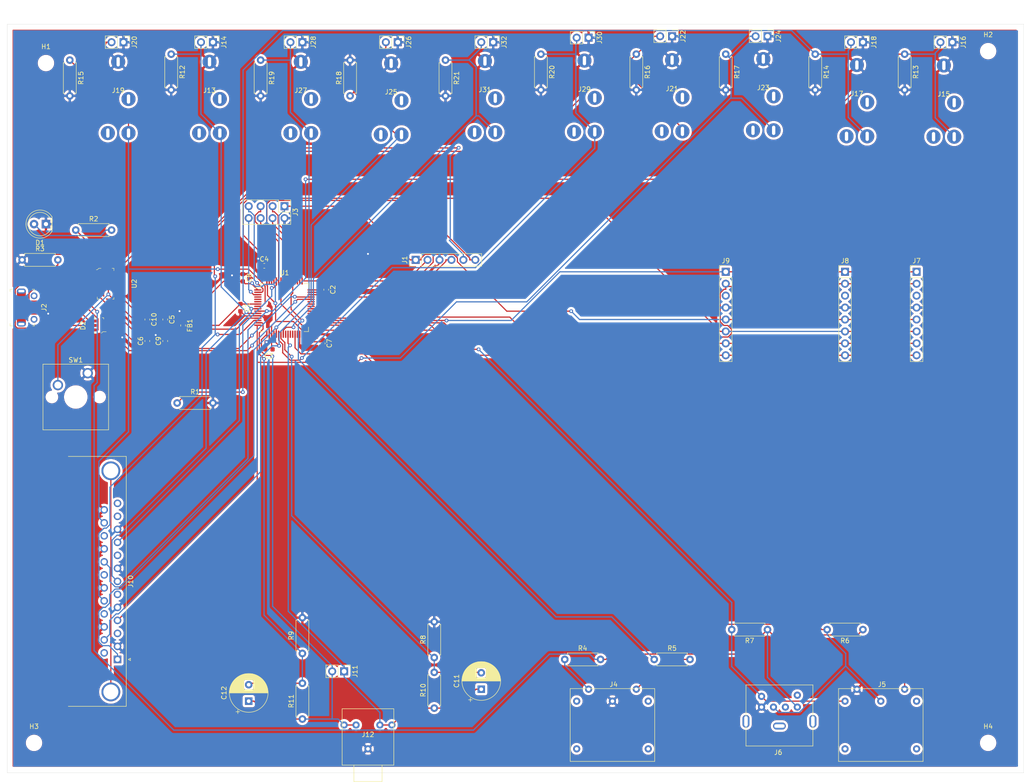
<source format=kicad_pcb>
(kicad_pcb (version 20171130) (host pcbnew 5.1.8-db9833491~87~ubuntu20.04.1)
  (title_block (title "Dev BOard") (rev V01) (comment 3 "License: MIT") (comment 4 "Author:Brenden Admaczak"))
  (layers (0 F.Cu signal) (31 B.Cu signal) (34 B.Paste user hide) (35 F.Paste user hide) (36 B.SilkS user) (37 F.SilkS user) (38 B.Mask user) (39 F.Mask user) (44 Edge.Cuts user))
  (net 0 "")
  (net 1 "Net-(J2-Pad4)")
  (net 2 GND)
  (net 3 /NRST)
  (net 4 G_3.3)
  (net 5 /VCC_3_3A)
  (net 6 /OPAMP2_VOUT)
  (net 7 /Audio/OPAMP2_VINM)
  (net 8 /Audio/OPAMP1_VINM)
  (net 9 /Audio/OPAMP1_VOUT)
  (net 10 "Net-(D1-Pad2)")
  (net 11 /FS_DM)
  (net 12 /FS_DP)
  (net 13 "Net-(D2-Pad4)")
  (net 14 "Net-(D2-Pad5)")
  (net 15 "Net-(D2-Pad6)")
  (net 16 /SWCLK)
  (net 17 /SWDIO)
  (net 18 /TRACESWO)
  (net 19 G_5V)
  (net 20 /DebugUartTX)
  (net 21 /DebugUartRX)
  (net 22 /DebugPort1)
  (net 23 /DebugPort2)
  (net 24 /DebugPort3)
  (net 25 /DebugPort4)
  (net 26 "Net-(J4-Pad4)")
  (net 27 "Net-(J4-Pad1)")
  (net 28 "Net-(J4-Pad5)")
  (net 29 "Net-(J4-Pad3)")
  (net 30 "Net-(J5-Pad3)")
  (net 31 /Keyboard_CLK)
  (net 32 /Keyboard_DATA)
  (net 33 "Net-(J6-Pad6)")
  (net 34 "Net-(J6-Pad2)")
  (net 35 /PS2_MISO)
  (net 36 /PS2_MOSI)
  (net 37 "Net-(J7-Pad3)")
  (net 38 /PS2_CS)
  (net 39 /PS2_SCK)
  (net 40 /PS2_AWK)
  (net 41 "Net-(J8-Pad3)")
  (net 42 "Net-(J9-Pad3)")
  (net 43 /Audio/ASignal8)
  (net 44 "Net-(J10-Pad3)")
  (net 45 /Audio/ASignal6)
  (net 46 "Net-(J10-Pad6)")
  (net 47 /ASignal4)
  (net 48 "Net-(J10-Pad9)")
  (net 49 /ASignal2)
  (net 50 "Net-(J10-Pad12)")
  (net 51 "Net-(J10-Pad13)")
  (net 52 "Net-(J10-Pad14)")
  (net 53 /Audio/ASignal7)
  (net 54 "Net-(J10-Pad17)")
  (net 55 /Audio/ASignal5)
  (net 56 "Net-(J10-Pad20)")
  (net 57 /ASignal3)
  (net 58 "Net-(J10-Pad23)")
  (net 59 /ASignal1)
  (net 60 "Net-(J10-Pad0)")
  (net 61 "Net-(J13-Pad3)")
  (net 62 "Net-(J13-Pad4)")
  (net 63 "Net-(J15-Pad3)")
  (net 64 "Net-(J15-Pad4)")
  (net 65 "Net-(J17-Pad4)")
  (net 66 "Net-(J17-Pad3)")
  (net 67 "Net-(J19-Pad4)")
  (net 68 "Net-(J19-Pad3)")
  (net 69 "Net-(J21-Pad4)")
  (net 70 "Net-(J21-Pad3)")
  (net 71 "Net-(J23-Pad3)")
  (net 72 "Net-(J23-Pad4)")
  (net 73 "Net-(J25-Pad4)")
  (net 74 "Net-(J25-Pad3)")
  (net 75 "Net-(J27-Pad3)")
  (net 76 "Net-(J27-Pad4)")
  (net 77 "Net-(J29-Pad4)")
  (net 78 /Audio/ASignal9)
  (net 79 "Net-(J29-Pad3)")
  (net 80 "Net-(J31-Pad3)")
  (net 81 /ASignal10)
  (net 82 "Net-(J31-Pad4)")
  (net 83 "Net-(R1-Pad1)")
  (net 84 /MIDI_UART)
  (net 85 "Net-(U1-Pad4)")
  (net 86 "Net-(U1-Pad5)")
  (net 87 "Net-(U1-Pad6)")
  (net 88 "Net-(U1-Pad25)")
  (net 89 "Net-(U1-Pad27)")
  (net 90 "Net-(U1-Pad28)")
  (net 91 "Net-(U1-Pad30)")
  (net 92 "Net-(U1-Pad37)")
  (net 93 "Net-(U1-Pad38)")
  (net 94 "Net-(U1-Pad39)")
  (net 95 "Net-(U1-Pad40)")
  (net 96 "Net-(U1-Pad41)")
  (net 97 "Net-(U1-Pad42)")
  (net 98 "Net-(U1-Pad43)")
  (net 99 "Net-(U1-Pad50)")
  (net 100 "Net-(U1-Pad54)")
  (net 101 "Net-(U1-Pad56)")
  (net 102 "Net-(U1-Pad57)")
  (module Capacitor_SMD:C_0603_1608Metric (layer F.Cu) (at 61.735 72.39 270)
    (fp_text reference C1 (at 0 -1.43 90) (layer F.SilkS))
    (fp_text value "CAP 0.1 uF")
    (pad 2 smd roundrect (at 0.775 0 270) (size 0.9 0.95) (layers F.Cu F.Paste F.Mask) (net 2 GND))
    (pad 1 smd roundrect (at -0.775 0 270) (size 0.9 0.95) (layers F.Cu F.Paste F.Mask) (net 3 /NRST))
  )
  (module Capacitor_SMD:C_0603_1608Metric (layer F.Cu) (at 80.01 68.58 270)
    (fp_text reference C2 (at 0 -1.43 90) (layer F.SilkS))
    (fp_text value "CAP 0.1 uf")
    (pad 2 smd roundrect (at 0.775 0 270) (size 0.9 0.95) (layers F.Cu F.Paste F.Mask) (net 2 GND))
    (pad 1 smd roundrect (at -0.775 0 270) (size 0.9 0.95) (layers F.Cu F.Paste F.Mask) (net 4 G_3.3))
  )
  (module Capacitor_SMD:C_0603_1608Metric (layer F.Cu) (at 67.805 81.28 180)
    (fp_text reference C3 (at 0 -1.43) (layer F.SilkS))
    (fp_text value "CAP 0.1 uf")
    (pad 2 smd roundrect (at 0.775 0 180) (size 0.9 0.95) (layers F.Cu F.Paste F.Mask) (net 2 GND))
    (pad 1 smd roundrect (at -0.775 0 180) (size 0.9 0.95) (layers F.Cu F.Paste F.Mask) (net 4 G_3.3))
  )
  (module Capacitor_SMD:C_0603_1608Metric (layer F.Cu) (at 66.815 63.5)
    (fp_text reference C4 (at 0 -1.43) (layer F.SilkS))
    (fp_text value "CAP 0.1 uf")
    (pad 1 smd roundrect (at -0.775 0) (size 0.9 0.95) (layers F.Cu F.Paste F.Mask) (net 4 G_3.3))
    (pad 2 smd roundrect (at 0.775 0) (size 0.9 0.95) (layers F.Cu F.Paste F.Mask) (net 2 GND))
  )
  (module Capacitor_SMD:C_0603_1608Metric (layer F.Cu) (at 45.72 74.93 270)
    (fp_text reference C5 (at 0 -1.43 90) (layer F.SilkS))
    (fp_text value "CAP 100nF1")
    (pad 1 smd roundrect (at -0.775 0 270) (size 0.9 0.95) (layers F.Cu F.Paste F.Mask) (net 2 GND))
    (pad 2 smd roundrect (at 0.775 0 270) (size 0.9 0.95) (layers F.Cu F.Paste F.Mask) (net 4 G_3.3))
  )
  (module Capacitor_SMD:C_0603_1608Metric (layer F.Cu) (at 41.91 79.515 90)
    (fp_text reference C6 (at 0 -1.43 90) (layer F.SilkS))
    (fp_text value "1uF1 CAP ")
    (pad 2 smd roundrect (at 0.775 0 90) (size 0.9 0.95) (layers F.Cu F.Paste F.Mask) (net 2 GND))
    (pad 1 smd roundrect (at -0.775 0 90) (size 0.9 0.95) (layers F.Cu F.Paste F.Mask) (net 5 /VCC_3_3A))
  )
  (module Capacitor_SMD:C_0603_1608Metric (layer F.Cu) (at 79.248 80.023 270)
    (fp_text reference C7 (at 0 -1.43 90) (layer F.SilkS))
    (fp_text value "CAP 0.1 uf")
    (pad 1 smd roundrect (at -0.775 0 270) (size 0.9 0.95) (layers F.Cu F.Paste F.Mask) (net 4 G_3.3))
    (pad 2 smd roundrect (at 0.775 0 270) (size 0.9 0.95) (layers F.Cu F.Paste F.Mask) (net 2 GND))
  )
  (module Capacitor_SMD:C_0603_1608Metric (layer F.Cu) (at 62.23 66.04 270)
    (fp_text reference C8 (at 0 -1.43 90) (layer F.SilkS))
    (fp_text value "CAP 0.1 uf")
    (pad 1 smd roundrect (at -0.775 0 270) (size 0.9 0.95) (layers F.Cu F.Paste F.Mask) (net 2 GND))
    (pad 2 smd roundrect (at 0.775 0 270) (size 0.9 0.95) (layers F.Cu F.Paste F.Mask) (net 4 G_3.3))
  )
  (module Capacitor_SMD:C_0603_1608Metric (layer F.Cu) (at 45.72 79.515 90)
    (fp_text reference C9 (at 0 -1.43 90) (layer F.SilkS))
    (fp_text value "10nF1 CAP")
    (pad 2 smd roundrect (at 0.775 0 90) (size 0.9 0.95) (layers F.Cu F.Paste F.Mask) (net 2 GND))
    (pad 1 smd roundrect (at -0.775 0 90) (size 0.9 0.95) (layers F.Cu F.Paste F.Mask) (net 5 /VCC_3_3A))
  )
  (module Capacitor_SMD:C_0603_1608Metric (layer F.Cu) (at 41.91 74.93 270)
    (fp_text reference C10 (at 0 -1.43 90) (layer F.SilkS))
    (fp_text value "CAP 100nF1")
    (pad 1 smd roundrect (at -0.775 0 270) (size 0.9 0.95) (layers F.Cu F.Paste F.Mask) (net 2 GND))
    (pad 2 smd roundrect (at 0.775 0 270) (size 0.9 0.95) (layers F.Cu F.Paste F.Mask) (net 4 G_3.3))
  )
  (module Capacitor_THT:CP_Radial_D8.0mm_P3.50mm (layer F.Cu) (at 113.03 153.67 90)
    (fp_text reference C11 (at 1.75 -5.25 90) (layer F.SilkS))
    (fp_text value CAP)
    (pad 1 thru_hole rect (at 0 0 90) (size 1.6 1.6) (drill 0.8) (layers *.Cu *.Mask) (net 6 /OPAMP2_VOUT))
    (pad 2 thru_hole circle (at 3.5 0 90) (size 1.6 1.6) (drill 0.8) (layers *.Cu *.Mask) (net 7 /Audio/OPAMP2_VINM))
  )
  (module Capacitor_THT:CP_Radial_D8.0mm_P3.50mm (layer F.Cu) (at 63.5 156.21 90)
    (fp_text reference C12 (at 1.75 -5.25 90) (layer F.SilkS))
    (fp_text value CAP)
    (pad 2 thru_hole circle (at 3.5 0 90) (size 1.6 1.6) (drill 0.8) (layers *.Cu *.Mask) (net 8 /Audio/OPAMP1_VINM))
    (pad 1 thru_hole rect (at 0 0 90) (size 1.6 1.6) (drill 0.8) (layers *.Cu *.Mask) (net 9 /Audio/OPAMP1_VOUT))
  )
  (module LED_THT:LED_D5.0mm (layer F.Cu) (at 20.32 54.61 180)
    (fp_text reference D1 (at 1.27 -3.96) (layer F.SilkS))
    (fp_text value LED)
    (pad 1 thru_hole rect (at 0 0 180) (size 1.8 1.8) (drill 0.9) (layers *.Cu *.Mask) (net 2 GND))
    (pad 2 thru_hole circle (at 2.54 0 180) (size 1.8 1.8) (drill 0.9) (layers *.Cu *.Mask) (net 10 "Net-(D1-Pad2)"))
  )
  (module digikey-footprints:SOT23-6L (layer F.Cu) (at 31.63 76.2 90)
    (fp_text reference D2 (at -0.025 -3.425 90) (layer F.SilkS))
    (fp_text value USBLC6-2SC6)
    (pad 1 smd rect (at -0.95 1.15 90) (size 0.6 1.2) (layers F.Cu F.Paste F.Mask) (net 11 /FS_DM))
    (pad 2 smd rect (at 0 1.15 90) (size 0.6 1.2) (layers F.Cu F.Paste F.Mask) (net 2 GND))
    (pad 3 smd rect (at 0.95 1.15 90) (size 0.6 1.2) (layers F.Cu F.Paste F.Mask) (net 12 /FS_DP))
    (pad 4 smd rect (at 0.95 -1.15 90) (size 0.6 1.2) (layers F.Cu F.Paste F.Mask) (net 13 "Net-(D2-Pad4)"))
    (pad 5 smd rect (at 0 -1.15 90) (size 0.6 1.2) (layers F.Cu F.Paste F.Mask) (net 14 "Net-(D2-Pad5)"))
    (pad 6 smd rect (at -0.95 -1.15 90) (size 0.6 1.2) (layers F.Cu F.Paste F.Mask) (net 15 "Net-(D2-Pad6)"))
  )
  (module Inductor_SMD:L_0603_1608Metric (layer F.Cu) (at 49.53 76.2 270)
    (fp_text reference FB1 (at 0 -1.43 90) (layer F.SilkS))
    (fp_text value "Ferrite_Bead 600 OHM")
    (pad 1 smd roundrect (at -0.7875 0 270) (size 0.875 0.95) (layers F.Cu F.Paste F.Mask) (net 4 G_3.3))
    (pad 2 smd roundrect (at 0.7875 0 270) (size 0.875 0.95) (layers F.Cu F.Paste F.Mask) (net 5 /VCC_3_3A))
  )
  (module Connector_PinHeader_2.54mm:PinHeader_1x06_P2.54mm_Vertical (layer F.Cu) (at 99.06 62.23 90)
    (fp_text reference J1 (at 0 -2.33 90) (layer F.SilkS))
    (fp_text value Conn_01x06)
    (pad 1 thru_hole rect (at 0 0 90) (size 1.7 1.7) (drill 1) (layers *.Cu *.Mask) (net 4 G_3.3))
    (pad 2 thru_hole oval (at 0 2.54 90) (size 1.7 1.7) (drill 1) (layers *.Cu *.Mask) (net 16 /SWCLK))
    (pad 3 thru_hole oval (at 0 5.08 90) (size 1.7 1.7) (drill 1) (layers *.Cu *.Mask) (net 2 GND))
    (pad 4 thru_hole oval (at 0 7.62 90) (size 1.7 1.7) (drill 1) (layers *.Cu *.Mask) (net 17 /SWDIO))
    (pad 5 thru_hole oval (at 0 10.16 90) (size 1.7 1.7) (drill 1) (layers *.Cu *.Mask) (net 3 /NRST))
    (pad 6 thru_hole oval (at 0 12.7 90) (size 1.7 1.7) (drill 1) (layers *.Cu *.Mask) (net 18 /TRACESWO))
  )
  (module digikey-footprints:USB_Micro_B_Female_1050170001 (layer F.Cu) (at 17.78 72.39 270)
    (fp_text reference J2 (at 0 -2.14 90) (layer F.SilkS))
    (fp_text value USB_B_Micro)
    (pad SH smd rect (at 3.33 1.87 270) (size 0.3 0.24) (layers F.Cu F.Paste F.Mask))
    (pad SH smd rect (at 3.33 3.53 270) (size 0.3 0.24) (layers F.Cu F.Paste F.Mask))
    (pad SH smd rect (at -3.33 3.53 270) (size 0.3 0.24) (layers F.Cu F.Paste F.Mask))
    (pad SH smd rect (at 2.75 2.7 270) (size 1 1.9) (layers F.Cu F.Paste F.Mask))
    (pad SH smd rect (at -2.75 2.7 270) (size 1 1.9) (layers F.Cu F.Paste F.Mask))
    (pad SH thru_hole oval (at -3.5 2.7 270) (size 1.1 1.9) (drill oval 0.5 1.3) (layers *.Cu *.Mask))
    (pad SH smd rect (at 1 2.7 270) (size 1.5 1.9) (layers F.Cu F.Paste F.Mask))
    (pad SH thru_hole circle (at 2.5 0 270) (size 1.45 1.45) (drill 0.85) (layers *.Cu *.Mask))
    (pad SH thru_hole circle (at -2.5 0 270) (size 1.45 1.45) (drill 0.85) (layers *.Cu *.Mask))
    (pad 1 smd rect (at -1.3 0 270) (size 0.4 1.35) (layers F.Cu F.Paste F.Mask) (net 19 G_5V))
    (pad 2 smd rect (at -0.65 0 270) (size 0.4 1.35) (layers F.Cu F.Paste F.Mask) (net 15 "Net-(D2-Pad6)"))
    (pad 3 smd rect (at 0 0 270) (size 0.4 1.35) (layers F.Cu F.Paste F.Mask) (net 13 "Net-(D2-Pad4)"))
    (pad 4 smd rect (at 0.65 0 270) (size 0.4 1.35) (layers F.Cu F.Paste F.Mask) (net 1 "Net-(J2-Pad4)"))
    (pad 5 smd rect (at 1.3 0 270) (size 0.4 1.35) (layers F.Cu F.Paste F.Mask) (net 2 GND))
    (pad SH smd rect (at -1 2.7 270) (size 1.5 1.9) (layers F.Cu F.Paste F.Mask))
    (pad SH thru_hole oval (at 3.5 2.7 270) (size 1.1 1.9) (drill oval 0.5 1.3) (layers *.Cu *.Mask))
    (pad SH smd rect (at -3.33 1.87 270) (size 0.3 0.24) (layers F.Cu F.Paste F.Mask))
  )
  (module Connector_PinHeader_2.54mm:PinHeader_2x04_P2.54mm_Vertical (layer F.Cu) (at 71.12 50.8 270)
    (fp_text reference J3 (at 1.27 -2.33 90) (layer F.SilkS))
    (fp_text value "Debug Headers")
    (pad 1 thru_hole rect (at 0 0 270) (size 1.7 1.7) (drill 1) (layers *.Cu *.Mask) (net 4 G_3.3))
    (pad 2 thru_hole oval (at 2.54 0 270) (size 1.7 1.7) (drill 1) (layers *.Cu *.Mask) (net 2 GND))
    (pad 3 thru_hole oval (at 0 2.54 270) (size 1.7 1.7) (drill 1) (layers *.Cu *.Mask) (net 20 /DebugUartTX))
    (pad 4 thru_hole oval (at 2.54 2.54 270) (size 1.7 1.7) (drill 1) (layers *.Cu *.Mask) (net 21 /DebugUartRX))
    (pad 5 thru_hole oval (at 0 5.08 270) (size 1.7 1.7) (drill 1) (layers *.Cu *.Mask) (net 22 /DebugPort1))
    (pad 6 thru_hole oval (at 2.54 5.08 270) (size 1.7 1.7) (drill 1) (layers *.Cu *.Mask) (net 23 /DebugPort2))
    (pad 7 thru_hole oval (at 0 7.62 270) (size 1.7 1.7) (drill 1) (layers *.Cu *.Mask) (net 24 /DebugPort3))
    (pad 8 thru_hole oval (at 2.54 7.62 270) (size 1.7 1.7) (drill 1) (layers *.Cu *.Mask) (net 25 /DebugPort4))
  )
  (module LocalFootPrints:DIN5_midi (layer F.Cu) (at 140.97 161.29)
    (fp_text reference J4 (at 0.254 -8.636) (layer F.SilkS))
    (fp_text value MIDI_TX_Out)
    (pad 2 thru_hole circle (at 0 -5.08) (size 1.524 1.524) (drill 0.762) (layers *.Cu *.Mask) (net 2 GND))
    (pad 4 thru_hole circle (at -5.08 -7.62) (size 1.524 1.524) (drill 0.762) (layers *.Cu *.Mask) (net 26 "Net-(J4-Pad4)"))
    (pad 1 thru_hole circle (at -7.62 -5.08) (size 1.524 1.524) (drill 0.762) (layers *.Cu *.Mask) (net 27 "Net-(J4-Pad1)"))
    (pad 5 thru_hole circle (at 5.08 -7.62) (size 1.524 1.524) (drill 0.762) (layers *.Cu *.Mask) (net 28 "Net-(J4-Pad5)"))
    (pad 3 thru_hole circle (at 7.62 -5.08) (size 1.524 1.524) (drill 0.762) (layers *.Cu *.Mask) (net 29 "Net-(J4-Pad3)"))
    (pad 6 thru_hole circle (at -7.62 5.08) (size 1.524 1.524) (drill 0.762) (layers *.Cu *.Mask))
    (pad 7 thru_hole circle (at 7.62 5.08) (size 1.524 1.524) (drill 0.762) (layers *.Cu *.Mask))
  )
  (module LocalFootPrints:DIN5_midi (layer F.Cu) (at 198.12 161.29)
    (fp_text reference J5 (at 0.254 -8.636) (layer F.SilkS))
    (fp_text value KeyboadDin5)
    (pad 7 thru_hole circle (at 7.62 5.08) (size 1.524 1.524) (drill 0.762) (layers *.Cu *.Mask))
    (pad 6 thru_hole circle (at -7.62 5.08) (size 1.524 1.524) (drill 0.762) (layers *.Cu *.Mask))
    (pad 3 thru_hole circle (at 7.62 -5.08) (size 1.524 1.524) (drill 0.762) (layers *.Cu *.Mask) (net 30 "Net-(J5-Pad3)"))
    (pad 5 thru_hole circle (at 5.08 -7.62) (size 1.524 1.524) (drill 0.762) (layers *.Cu *.Mask) (net 19 G_5V))
    (pad 1 thru_hole circle (at -7.62 -5.08) (size 1.524 1.524) (drill 0.762) (layers *.Cu *.Mask) (net 31 /Keyboard_CLK))
    (pad 4 thru_hole circle (at -5.08 -7.62) (size 1.524 1.524) (drill 0.762) (layers *.Cu *.Mask) (net 2 GND))
    (pad 2 thru_hole circle (at 0 -5.08) (size 1.524 1.524) (drill 0.762) (layers *.Cu *.Mask) (net 32 /Keyboard_DATA))
  )
  (module LocalFootPrints:MiniDin6 (layer F.Cu) (at 176.53 159.258 180)
    (fp_text reference J6 (at 0.254 -7.874) (layer F.SilkS))
    (fp_text value KeyboardMiniDin6)
    (pad 6 thru_hole circle (at -3.81 4.318 180) (size 1.524 1.524) (drill 0.762) (layers *.Cu *.Mask) (net 33 "Net-(J6-Pad6)"))
    (pad 4 thru_hole circle (at -3.81 1.778 180) (size 1.524 1.524) (drill 0.762) (layers *.Cu *.Mask) (net 19 G_5V))
    (pad 2 thru_hole circle (at -1.27 1.778 180) (size 1.524 1.524) (drill 0.762) (layers *.Cu *.Mask) (net 34 "Net-(J6-Pad2)"))
    (pad 3 thru_hole circle (at 3.81 1.778 180) (size 1.524 1.524) (drill 0.762) (layers *.Cu *.Mask) (net 2 GND))
    (pad 5 thru_hole circle (at 3.81 4.064 180) (size 1.524 1.524) (drill 0.762) (layers *.Cu *.Mask) (net 31 /Keyboard_CLK))
    (pad 1 thru_hole circle (at 1.27 1.778 180) (size 1.524 1.524) (drill 0.762) (layers *.Cu *.Mask) (net 32 /Keyboard_DATA))
    (pad 7 thru_hole oval (at -7.125 -1.25 180) (size 1.5 2.7) (drill oval 0.762 2.2) (layers *.Cu *.Mask))
    (pad 8 thru_hole oval (at 7.125 -1.25 180) (size 1.5 2.7) (drill oval 0.762 2.2) (layers *.Cu *.Mask))
    (pad 9 thru_hole oval (at 0 -2.25 180) (size 2.7 1.5) (drill oval 2.2 0.762) (layers *.Cu *.Mask))
  )
  (module Connector_PinHeader_2.54mm:PinHeader_1x08_P2.54mm_Vertical (layer F.Cu) (at 205.74 64.77)
    (fp_text reference J7 (at 0 -2.33) (layer F.SilkS))
    (fp_text value Conn_01x08_Female)
    (pad 1 thru_hole rect (at 0 0) (size 1.7 1.7) (drill 1) (layers *.Cu *.Mask) (net 35 /PS2_MISO))
    (pad 2 thru_hole oval (at 0 2.54) (size 1.7 1.7) (drill 1) (layers *.Cu *.Mask) (net 36 /PS2_MOSI))
    (pad 3 thru_hole oval (at 0 5.08) (size 1.7 1.7) (drill 1) (layers *.Cu *.Mask) (net 37 "Net-(J7-Pad3)"))
    (pad 4 thru_hole oval (at 0 7.62) (size 1.7 1.7) (drill 1) (layers *.Cu *.Mask) (net 2 GND))
    (pad 5 thru_hole oval (at 0 10.16) (size 1.7 1.7) (drill 1) (layers *.Cu *.Mask) (net 4 G_3.3))
    (pad 6 thru_hole oval (at 0 12.7) (size 1.7 1.7) (drill 1) (layers *.Cu *.Mask) (net 38 /PS2_CS))
    (pad 7 thru_hole oval (at 0 15.24) (size 1.7 1.7) (drill 1) (layers *.Cu *.Mask) (net 39 /PS2_SCK))
    (pad 8 thru_hole oval (at 0 17.78) (size 1.7 1.7) (drill 1) (layers *.Cu *.Mask) (net 40 /PS2_AWK))
  )
  (module Connector_PinHeader_2.54mm:PinHeader_1x08_P2.54mm_Vertical (layer F.Cu) (at 190.5 64.77)
    (fp_text reference J8 (at 0 -2.33) (layer F.SilkS))
    (fp_text value Conn_01x08_Male)
    (pad 8 thru_hole oval (at 0 17.78) (size 1.7 1.7) (drill 1) (layers *.Cu *.Mask) (net 40 /PS2_AWK))
    (pad 7 thru_hole oval (at 0 15.24) (size 1.7 1.7) (drill 1) (layers *.Cu *.Mask) (net 39 /PS2_SCK))
    (pad 6 thru_hole oval (at 0 12.7) (size 1.7 1.7) (drill 1) (layers *.Cu *.Mask) (net 38 /PS2_CS))
    (pad 5 thru_hole oval (at 0 10.16) (size 1.7 1.7) (drill 1) (layers *.Cu *.Mask) (net 4 G_3.3))
    (pad 4 thru_hole oval (at 0 7.62) (size 1.7 1.7) (drill 1) (layers *.Cu *.Mask) (net 2 GND))
    (pad 3 thru_hole oval (at 0 5.08) (size 1.7 1.7) (drill 1) (layers *.Cu *.Mask) (net 41 "Net-(J8-Pad3)"))
    (pad 2 thru_hole oval (at 0 2.54) (size 1.7 1.7) (drill 1) (layers *.Cu *.Mask) (net 36 /PS2_MOSI))
    (pad 1 thru_hole rect (at 0 0) (size 1.7 1.7) (drill 1) (layers *.Cu *.Mask) (net 35 /PS2_MISO))
  )
  (module Connector_PinHeader_2.54mm:PinHeader_1x08_P2.54mm_Vertical (layer F.Cu) (at 165.1 64.77)
    (fp_text reference J9 (at 0 -2.33) (layer F.SilkS))
    (fp_text value Conn_01x08_Male)
    (pad 1 thru_hole rect (at 0 0) (size 1.7 1.7) (drill 1) (layers *.Cu *.Mask) (net 35 /PS2_MISO))
    (pad 2 thru_hole oval (at 0 2.54) (size 1.7 1.7) (drill 1) (layers *.Cu *.Mask) (net 36 /PS2_MOSI))
    (pad 3 thru_hole oval (at 0 5.08) (size 1.7 1.7) (drill 1) (layers *.Cu *.Mask) (net 42 "Net-(J9-Pad3)"))
    (pad 4 thru_hole oval (at 0 7.62) (size 1.7 1.7) (drill 1) (layers *.Cu *.Mask) (net 2 GND))
    (pad 5 thru_hole oval (at 0 10.16) (size 1.7 1.7) (drill 1) (layers *.Cu *.Mask) (net 4 G_3.3))
    (pad 6 thru_hole oval (at 0 12.7) (size 1.7 1.7) (drill 1) (layers *.Cu *.Mask) (net 38 /PS2_CS))
    (pad 7 thru_hole oval (at 0 15.24) (size 1.7 1.7) (drill 1) (layers *.Cu *.Mask) (net 39 /PS2_SCK))
    (pad 8 thru_hole oval (at 0 17.78) (size 1.7 1.7) (drill 1) (layers *.Cu *.Mask) (net 40 /PS2_AWK))
  )
  (module Connector_Dsub:DSUB-25_Female_Horizontal_P2.77x2.84mm_EdgePinOffset7.70mm_Housed_MountingHolesOffset9.12mm (layer F.Cu) (at 35.56 147.32 270)
    (fp_text reference J10 (at -16.62 -2.8 90) (layer F.SilkS))
    (fp_text value DB25_Female_MountingHoles)
    (pad 1 thru_hole rect (at 0 0 270) (size 1.6 1.6) (drill 1) (layers *.Cu *.Mask) (net 43 /Audio/ASignal8))
    (pad 2 thru_hole circle (at -2.77 0 270) (size 1.6 1.6) (drill 1) (layers *.Cu *.Mask) (net 2 GND))
    (pad 3 thru_hole circle (at -5.54 0 270) (size 1.6 1.6) (drill 1) (layers *.Cu *.Mask) (net 44 "Net-(J10-Pad3)"))
    (pad 4 thru_hole circle (at -8.31 0 270) (size 1.6 1.6) (drill 1) (layers *.Cu *.Mask) (net 45 /Audio/ASignal6))
    (pad 5 thru_hole circle (at -11.08 0 270) (size 1.6 1.6) (drill 1) (layers *.Cu *.Mask) (net 2 GND))
    (pad 6 thru_hole circle (at -13.85 0 270) (size 1.6 1.6) (drill 1) (layers *.Cu *.Mask) (net 46 "Net-(J10-Pad6)"))
    (pad 7 thru_hole circle (at -16.62 0 270) (size 1.6 1.6) (drill 1) (layers *.Cu *.Mask) (net 47 /ASignal4))
    (pad 8 thru_hole circle (at -19.39 0 270) (size 1.6 1.6) (drill 1) (layers *.Cu *.Mask) (net 2 GND))
    (pad 9 thru_hole circle (at -22.16 0 270) (size 1.6 1.6) (drill 1) (layers *.Cu *.Mask) (net 48 "Net-(J10-Pad9)"))
    (pad 10 thru_hole circle (at -24.93 0 270) (size 1.6 1.6) (drill 1) (layers *.Cu *.Mask) (net 49 /ASignal2))
    (pad 11 thru_hole circle (at -27.7 0 270) (size 1.6 1.6) (drill 1) (layers *.Cu *.Mask) (net 2 GND))
    (pad 12 thru_hole circle (at -30.47 0 270) (size 1.6 1.6) (drill 1) (layers *.Cu *.Mask) (net 50 "Net-(J10-Pad12)"))
    (pad 13 thru_hole circle (at -33.24 0 270) (size 1.6 1.6) (drill 1) (layers *.Cu *.Mask) (net 51 "Net-(J10-Pad13)"))
    (pad 14 thru_hole circle (at -1.385 2.84 270) (size 1.6 1.6) (drill 1) (layers *.Cu *.Mask) (net 52 "Net-(J10-Pad14)"))
    (pad 15 thru_hole circle (at -4.155 2.84 270) (size 1.6 1.6) (drill 1) (layers *.Cu *.Mask) (net 53 /Audio/ASignal7))
    (pad 16 thru_hole circle (at -6.925 2.84 270) (size 1.6 1.6) (drill 1) (layers *.Cu *.Mask) (net 2 GND))
    (pad 17 thru_hole circle (at -9.695 2.84 270) (size 1.6 1.6) (drill 1) (layers *.Cu *.Mask) (net 54 "Net-(J10-Pad17)"))
    (pad 18 thru_hole circle (at -12.465 2.84 270) (size 1.6 1.6) (drill 1) (layers *.Cu *.Mask) (net 55 /Audio/ASignal5))
    (pad 19 thru_hole circle (at -15.235 2.84 270) (size 1.6 1.6) (drill 1) (layers *.Cu *.Mask) (net 2 GND))
    (pad 20 thru_hole circle (at -18.005 2.84 270) (size 1.6 1.6) (drill 1) (layers *.Cu *.Mask) (net 56 "Net-(J10-Pad20)"))
    (pad 21 thru_hole circle (at -20.775 2.84 270) (size 1.6 1.6) (drill 1) (layers *.Cu *.Mask) (net 57 /ASignal3))
    (pad 22 thru_hole circle (at -23.545 2.84 270) (size 1.6 1.6) (drill 1) (layers *.Cu *.Mask) (net 2 GND))
    (pad 23 thru_hole circle (at -26.315 2.84 270) (size 1.6 1.6) (drill 1) (layers *.Cu *.Mask) (net 58 "Net-(J10-Pad23)"))
    (pad 24 thru_hole circle (at -29.085 2.84 270) (size 1.6 1.6) (drill 1) (layers *.Cu *.Mask) (net 59 /ASignal1))
    (pad 25 thru_hole circle (at -31.855 2.84 270) (size 1.6 1.6) (drill 1) (layers *.Cu *.Mask) (net 2 GND))
    (pad 0 thru_hole circle (at -40.17 1.42 270) (size 4 4) (drill 3.2) (layers *.Cu *.Mask) (net 60 "Net-(J10-Pad0)"))
    (pad 0 thru_hole circle (at 6.93 1.42 270) (size 4 4) (drill 3.2) (layers *.Cu *.Mask) (net 60 "Net-(J10-Pad0)"))
  )
  (module Connector_PinHeader_2.54mm:PinHeader_1x02_P2.54mm_Vertical (layer F.Cu) (at 83.82 149.86 270)
    (fp_text reference J11 (at 0 -2.33 90) (layer F.SilkS))
    (fp_text value Conn_01x02_Male)
    (pad 2 thru_hole oval (at 0 2.54 270) (size 1.7 1.7) (drill 1) (layers *.Cu *.Mask) (net 9 /Audio/OPAMP1_VOUT))
    (pad 1 thru_hole rect (at 0 0 270) (size 1.7 1.7) (drill 1) (layers *.Cu *.Mask) (net 6 /OPAMP2_VOUT))
  )
  (module LocalFootPrints:3.5mmAudioJack (layer F.Cu) (at 88.9 163.83 180)
    (fp_text reference J12 (at 0 0.5) (layer F.SilkS))
    (fp_text value 3.5mmStereoJack)
    (pad 2 thru_hole circle (at -5.08 2.54 180) (size 1.524 1.524) (drill 0.762) (layers *.Cu *.Mask) (net 6 /OPAMP2_VOUT))
    (pad 3 thru_hole circle (at -2.54 2.54 180) (size 1.524 1.524) (drill 0.762) (layers *.Cu *.Mask) (net 6 /OPAMP2_VOUT))
    (pad 4 thru_hole circle (at 2.54 2.54 180) (size 1.524 1.524) (drill 0.762) (layers *.Cu *.Mask) (net 9 /Audio/OPAMP1_VOUT))
    (pad 5 thru_hole circle (at 5.08 2.54 180) (size 1.524 1.524) (drill 0.762) (layers *.Cu *.Mask) (net 9 /Audio/OPAMP1_VOUT))
    (pad 1 thru_hole circle (at 0 -2.54 180) (size 1.524 1.524) (drill 0.762) (layers *.Cu *.Mask) (net 2 GND))
  )
  (module LocalFootPrints:6.35mmMonoAudioJack (layer F.Cu) (at 55.15 25.645)
    (fp_text reference J13 (at 0 0.5) (layer F.SilkS))
    (fp_text value 6.35mmMonoAudioJack)
    (pad 1 thru_hole circle (at 0 -5.6) (size 3 3) (drill oval 0.7 2) (layers *.Cu *.Mask) (net 2 GND))
    (pad 3 thru_hole circle (at 2.2 2.325) (size 3 3) (drill oval 0.7 2) (layers *.Cu *.Mask) (net 61 "Net-(J13-Pad3)"))
    (pad 2 thru_hole circle (at 2.2 9.575) (size 3 3) (drill oval 0.7 2) (layers *.Cu *.Mask) (net 47 /ASignal4))
    (pad 4 thru_hole circle (at -2.2 9.575) (size 3 3) (drill oval 0.7 2) (layers *.Cu *.Mask) (net 62 "Net-(J13-Pad4)"))
  )
  (module Connector_PinHeader_2.54mm:PinHeader_1x02_P2.54mm_Vertical (layer F.Cu) (at 55.88 15.875 270)
    (fp_text reference J14 (at 0 -2.33 90) (layer F.SilkS))
    (fp_text value Conn_01x02_Female)
    (pad 2 thru_hole oval (at 0 2.54 270) (size 1.7 1.7) (drill 1) (layers *.Cu *.Mask) (net 47 /ASignal4))
    (pad 1 thru_hole rect (at 0 0 270) (size 1.7 1.7) (drill 1) (layers *.Cu *.Mask) (net 2 GND))
  )
  (module LocalFootPrints:6.35mmMonoAudioJack (layer F.Cu) (at 211.55 26.425)
    (fp_text reference J15 (at 0 0.5) (layer F.SilkS))
    (fp_text value 6.35mmMonoAudioJack)
    (pad 1 thru_hole circle (at 0 -5.6) (size 3 3) (drill oval 0.7 2) (layers *.Cu *.Mask) (net 2 GND))
    (pad 3 thru_hole circle (at 2.2 2.325) (size 3 3) (drill oval 0.7 2) (layers *.Cu *.Mask) (net 63 "Net-(J15-Pad3)"))
    (pad 2 thru_hole circle (at 2.2 9.575) (size 3 3) (drill oval 0.7 2) (layers *.Cu *.Mask) (net 57 /ASignal3))
    (pad 4 thru_hole circle (at -2.2 9.575) (size 3 3) (drill oval 0.7 2) (layers *.Cu *.Mask) (net 64 "Net-(J15-Pad4)"))
  )
  (module Connector_PinHeader_2.54mm:PinHeader_1x02_P2.54mm_Vertical (layer F.Cu) (at 213.36 15.875 270)
    (fp_text reference J16 (at 0 -2.33 90) (layer F.SilkS))
    (fp_text value Conn_01x02_Female)
    (pad 1 thru_hole rect (at 0 0 270) (size 1.7 1.7) (drill 1) (layers *.Cu *.Mask) (net 2 GND))
    (pad 2 thru_hole oval (at 0 2.54 270) (size 1.7 1.7) (drill 1) (layers *.Cu *.Mask) (net 57 /ASignal3))
  )
  (module LocalFootPrints:6.35mmMonoAudioJack (layer F.Cu) (at 193.02 26.335)
    (fp_text reference J17 (at 0 0.5) (layer F.SilkS))
    (fp_text value 6.35mmMonoAudioJack)
    (pad 4 thru_hole circle (at -2.2 9.575) (size 3 3) (drill oval 0.7 2) (layers *.Cu *.Mask) (net 65 "Net-(J17-Pad4)"))
    (pad 2 thru_hole circle (at 2.2 9.575) (size 3 3) (drill oval 0.7 2) (layers *.Cu *.Mask) (net 49 /ASignal2))
    (pad 3 thru_hole circle (at 2.2 2.325) (size 3 3) (drill oval 0.7 2) (layers *.Cu *.Mask) (net 66 "Net-(J17-Pad3)"))
    (pad 1 thru_hole circle (at 0 -5.6) (size 3 3) (drill oval 0.7 2) (layers *.Cu *.Mask) (net 2 GND))
  )
  (module Connector_PinHeader_2.54mm:PinHeader_1x02_P2.54mm_Vertical (layer F.Cu) (at 194.31 15.875 270)
    (fp_text reference J18 (at 0 -2.33 90) (layer F.SilkS))
    (fp_text value Conn_01x02_Female)
    (pad 1 thru_hole rect (at 0 0 270) (size 1.7 1.7) (drill 1) (layers *.Cu *.Mask) (net 2 GND))
    (pad 2 thru_hole oval (at 0 2.54 270) (size 1.7 1.7) (drill 1) (layers *.Cu *.Mask) (net 49 /ASignal2))
  )
  (module LocalFootPrints:6.35mmMonoAudioJack (layer F.Cu) (at 35.7 25.645)
    (fp_text reference J19 (at 0 0.5) (layer F.SilkS))
    (fp_text value 6.35mmMonoAudioJack)
    (pad 4 thru_hole circle (at -2.2 9.575) (size 3 3) (drill oval 0.7 2) (layers *.Cu *.Mask) (net 67 "Net-(J19-Pad4)"))
    (pad 2 thru_hole circle (at 2.2 9.575) (size 3 3) (drill oval 0.7 2) (layers *.Cu *.Mask) (net 59 /ASignal1))
    (pad 3 thru_hole circle (at 2.2 2.325) (size 3 3) (drill oval 0.7 2) (layers *.Cu *.Mask) (net 68 "Net-(J19-Pad3)"))
    (pad 1 thru_hole circle (at 0 -5.6) (size 3 3) (drill oval 0.7 2) (layers *.Cu *.Mask) (net 2 GND))
  )
  (module Connector_PinHeader_2.54mm:PinHeader_1x02_P2.54mm_Vertical (layer F.Cu) (at 36.83 15.875 270)
    (fp_text reference J20 (at 0 -2.33 90) (layer F.SilkS))
    (fp_text value Conn_01x02_Female)
    (pad 1 thru_hole rect (at 0 0 270) (size 1.7 1.7) (drill 1) (layers *.Cu *.Mask) (net 2 GND))
    (pad 2 thru_hole oval (at 0 2.54 270) (size 1.7 1.7) (drill 1) (layers *.Cu *.Mask) (net 59 /ASignal1))
  )
  (module LocalFootPrints:6.35mmMonoAudioJack (layer F.Cu) (at 153.67 25.285)
    (fp_text reference J21 (at 0 0.5) (layer F.SilkS))
    (fp_text value 6.35mmMonoAudioJack)
    (pad 4 thru_hole circle (at -2.2 9.575) (size 3 3) (drill oval 0.7 2) (layers *.Cu *.Mask) (net 69 "Net-(J21-Pad4)"))
    (pad 2 thru_hole circle (at 2.2 9.575) (size 3 3) (drill oval 0.7 2) (layers *.Cu *.Mask) (net 55 /Audio/ASignal5))
    (pad 3 thru_hole circle (at 2.2 2.325) (size 3 3) (drill oval 0.7 2) (layers *.Cu *.Mask) (net 70 "Net-(J21-Pad3)"))
    (pad 1 thru_hole circle (at 0 -5.6) (size 3 3) (drill oval 0.7 2) (layers *.Cu *.Mask) (net 2 GND))
  )
  (module Connector_PinHeader_2.54mm:PinHeader_1x02_P2.54mm_Vertical (layer F.Cu) (at 153.67 14.605 270)
    (fp_text reference J22 (at 0 -2.33 90) (layer F.SilkS))
    (fp_text value Conn_01x02_Female)
    (pad 1 thru_hole rect (at 0 0 270) (size 1.7 1.7) (drill 1) (layers *.Cu *.Mask) (net 2 GND))
    (pad 2 thru_hole oval (at 0 2.54 270) (size 1.7 1.7) (drill 1) (layers *.Cu *.Mask) (net 55 /Audio/ASignal5))
  )
  (module LocalFootPrints:6.35mmMonoAudioJack (layer F.Cu) (at 173.1 25.065)
    (fp_text reference J23 (at 0 0.5) (layer F.SilkS))
    (fp_text value 6.35mmMonoAudioJack)
    (pad 1 thru_hole circle (at 0 -5.6) (size 3 3) (drill oval 0.7 2) (layers *.Cu *.Mask) (net 2 GND))
    (pad 3 thru_hole circle (at 2.2 2.325) (size 3 3) (drill oval 0.7 2) (layers *.Cu *.Mask) (net 71 "Net-(J23-Pad3)"))
    (pad 2 thru_hole circle (at 2.2 9.575) (size 3 3) (drill oval 0.7 2) (layers *.Cu *.Mask) (net 45 /Audio/ASignal6))
    (pad 4 thru_hole circle (at -2.2 9.575) (size 3 3) (drill oval 0.7 2) (layers *.Cu *.Mask) (net 72 "Net-(J23-Pad4)"))
  )
  (module Connector_PinHeader_2.54mm:PinHeader_1x02_P2.54mm_Vertical (layer F.Cu) (at 173.99 14.605 270)
    (fp_text reference J24 (at 0 -2.33 90) (layer F.SilkS))
    (fp_text value Conn_01x02_Female)
    (pad 1 thru_hole rect (at 0 0 270) (size 1.7 1.7) (drill 1) (layers *.Cu *.Mask) (net 2 GND))
    (pad 2 thru_hole oval (at 0 2.54 270) (size 1.7 1.7) (drill 1) (layers *.Cu *.Mask) (net 45 /Audio/ASignal6))
  )
  (module LocalFootPrints:6.35mmMonoAudioJack (layer F.Cu) (at 93.84 25.975)
    (fp_text reference J25 (at 0 0.5) (layer F.SilkS))
    (fp_text value 6.35mmMonoAudioJack)
    (pad 4 thru_hole circle (at -2.2 9.575) (size 3 3) (drill oval 0.7 2) (layers *.Cu *.Mask) (net 73 "Net-(J25-Pad4)"))
    (pad 2 thru_hole circle (at 2.2 9.575) (size 3 3) (drill oval 0.7 2) (layers *.Cu *.Mask) (net 53 /Audio/ASignal7))
    (pad 3 thru_hole circle (at 2.2 2.325) (size 3 3) (drill oval 0.7 2) (layers *.Cu *.Mask) (net 74 "Net-(J25-Pad3)"))
    (pad 1 thru_hole circle (at 0 -5.6) (size 3 3) (drill oval 0.7 2) (layers *.Cu *.Mask) (net 2 GND))
  )
  (module Connector_PinHeader_2.54mm:PinHeader_1x02_P2.54mm_Vertical (layer F.Cu) (at 95.25 15.875 270)
    (fp_text reference J26 (at 0 -2.33 90) (layer F.SilkS))
    (fp_text value Conn_01x02_Female)
    (pad 1 thru_hole rect (at 0 0 270) (size 1.7 1.7) (drill 1) (layers *.Cu *.Mask) (net 2 GND))
    (pad 2 thru_hole oval (at 0 2.54 270) (size 1.7 1.7) (drill 1) (layers *.Cu *.Mask) (net 53 /Audio/ASignal7))
  )
  (module LocalFootPrints:6.35mmMonoAudioJack (layer F.Cu) (at 74.6 25.645)
    (fp_text reference J27 (at 0 0.5) (layer F.SilkS))
    (fp_text value 6.35mmMonoAudioJack)
    (pad 1 thru_hole circle (at 0 -5.6) (size 3 3) (drill oval 0.7 2) (layers *.Cu *.Mask) (net 2 GND))
    (pad 3 thru_hole circle (at 2.2 2.325) (size 3 3) (drill oval 0.7 2) (layers *.Cu *.Mask) (net 75 "Net-(J27-Pad3)"))
    (pad 2 thru_hole circle (at 2.2 9.575) (size 3 3) (drill oval 0.7 2) (layers *.Cu *.Mask) (net 43 /Audio/ASignal8))
    (pad 4 thru_hole circle (at -2.2 9.575) (size 3 3) (drill oval 0.7 2) (layers *.Cu *.Mask) (net 76 "Net-(J27-Pad4)"))
  )
  (module Connector_PinHeader_2.54mm:PinHeader_1x02_P2.54mm_Vertical (layer F.Cu) (at 74.93 15.875 270)
    (fp_text reference J28 (at 0 -2.33 90) (layer F.SilkS))
    (fp_text value Conn_01x02_Female)
    (pad 2 thru_hole oval (at 0 2.54 270) (size 1.7 1.7) (drill 1) (layers *.Cu *.Mask) (net 43 /Audio/ASignal8))
    (pad 1 thru_hole rect (at 0 0 270) (size 1.7 1.7) (drill 1) (layers *.Cu *.Mask) (net 2 GND))
  )
  (module LocalFootPrints:6.35mmMonoAudioJack (layer F.Cu) (at 135 25.395)
    (fp_text reference J29 (at 0 0.5) (layer F.SilkS))
    (fp_text value 6.35mmMonoAudioJack)
    (pad 4 thru_hole circle (at -2.2 9.575) (size 3 3) (drill oval 0.7 2) (layers *.Cu *.Mask) (net 77 "Net-(J29-Pad4)"))
    (pad 2 thru_hole circle (at 2.2 9.575) (size 3 3) (drill oval 0.7 2) (layers *.Cu *.Mask) (net 78 /Audio/ASignal9))
    (pad 3 thru_hole circle (at 2.2 2.325) (size 3 3) (drill oval 0.7 2) (layers *.Cu *.Mask) (net 79 "Net-(J29-Pad3)"))
    (pad 1 thru_hole circle (at 0 -5.6) (size 3 3) (drill oval 0.7 2) (layers *.Cu *.Mask) (net 2 GND))
  )
  (module Connector_PinHeader_2.54mm:PinHeader_1x02_P2.54mm_Vertical (layer F.Cu) (at 135.89 14.91 270)
    (fp_text reference J30 (at 0 -2.33 90) (layer F.SilkS))
    (fp_text value Conn_01x02_Female)
    (pad 2 thru_hole oval (at 0 2.54 270) (size 1.7 1.7) (drill 1) (layers *.Cu *.Mask) (net 78 /Audio/ASignal9))
    (pad 1 thru_hole rect (at 0 0 270) (size 1.7 1.7) (drill 1) (layers *.Cu *.Mask) (net 2 GND))
  )
  (module LocalFootPrints:6.35mmMonoAudioJack (layer F.Cu) (at 113.81 25.485)
    (fp_text reference J31 (at 0 0.5) (layer F.SilkS))
    (fp_text value 6.35mmMonoAudioJack)
    (pad 1 thru_hole circle (at 0 -5.6) (size 3 3) (drill oval 0.7 2) (layers *.Cu *.Mask) (net 2 GND))
    (pad 3 thru_hole circle (at 2.2 2.325) (size 3 3) (drill oval 0.7 2) (layers *.Cu *.Mask) (net 80 "Net-(J31-Pad3)"))
    (pad 2 thru_hole circle (at 2.2 9.575) (size 3 3) (drill oval 0.7 2) (layers *.Cu *.Mask) (net 81 /ASignal10))
    (pad 4 thru_hole circle (at -2.2 9.575) (size 3 3) (drill oval 0.7 2) (layers *.Cu *.Mask) (net 82 "Net-(J31-Pad4)"))
  )
  (module Connector_PinHeader_2.54mm:PinHeader_1x02_P2.54mm_Vertical (layer F.Cu) (at 115.57 15.875 270)
    (fp_text reference J32 (at 0 -2.33 90) (layer F.SilkS))
    (fp_text value Conn_01x02_Female)
    (pad 2 thru_hole oval (at 0 2.54 270) (size 1.7 1.7) (drill 1) (layers *.Cu *.Mask) (net 81 /ASignal10))
    (pad 1 thru_hole rect (at 0 0 270) (size 1.7 1.7) (drill 1) (layers *.Cu *.Mask) (net 2 GND))
  )
  (module Resistor_THT:R_Axial_DIN0207_L6.3mm_D2.5mm_P7.62mm_Horizontal (layer F.Cu) (at 48.26 92.71)
    (fp_text reference R1 (at 3.81 -2.37) (layer F.SilkS))
    (fp_text value "R 10K")
    (pad 1 thru_hole circle (at 0 0) (size 1.6 1.6) (drill 0.8) (layers *.Cu *.Mask) (net 83 "Net-(R1-Pad1)"))
    (pad 2 thru_hole oval (at 7.62 0) (size 1.6 1.6) (drill 0.8) (layers *.Cu *.Mask) (net 2 GND))
  )
  (module Resistor_THT:R_Axial_DIN0207_L6.3mm_D2.5mm_P7.62mm_Horizontal (layer F.Cu) (at 26.67 55.88)
    (fp_text reference R2 (at 3.81 -2.37) (layer F.SilkS))
    (fp_text value R)
    (pad 2 thru_hole oval (at 7.62 0) (size 1.6 1.6) (drill 0.8) (layers *.Cu *.Mask) (net 10 "Net-(D1-Pad2)"))
    (pad 1 thru_hole circle (at 0 0) (size 1.6 1.6) (drill 0.8) (layers *.Cu *.Mask) (net 5 /VCC_3_3A))
  )
  (module Resistor_THT:R_Axial_DIN0207_L6.3mm_D2.5mm_P7.62mm_Horizontal (layer F.Cu) (at 15.24 62.23)
    (fp_text reference R3 (at 3.81 -2.37) (layer F.SilkS))
    (fp_text value "R 100k")
    (pad 1 thru_hole circle (at 0 0) (size 1.6 1.6) (drill 0.8) (layers *.Cu *.Mask) (net 2 GND))
    (pad 2 thru_hole oval (at 7.62 0) (size 1.6 1.6) (drill 0.8) (layers *.Cu *.Mask) (net 1 "Net-(J2-Pad4)"))
  )
  (module Resistor_THT:R_Axial_DIN0207_L6.3mm_D2.5mm_P7.62mm_Horizontal (layer F.Cu) (at 130.81 147.32)
    (fp_text reference R4 (at 3.81 -2.37) (layer F.SilkS))
    (fp_text value "R 220")
    (pad 1 thru_hole circle (at 0 0) (size 1.6 1.6) (drill 0.8) (layers *.Cu *.Mask) (net 26 "Net-(J4-Pad4)"))
    (pad 2 thru_hole oval (at 7.62 0) (size 1.6 1.6) (drill 0.8) (layers *.Cu *.Mask) (net 19 G_5V))
  )
  (module Resistor_THT:R_Axial_DIN0207_L6.3mm_D2.5mm_P7.62mm_Horizontal (layer F.Cu) (at 149.86 147.32)
    (fp_text reference R5 (at 3.81 -2.37) (layer F.SilkS))
    (fp_text value "R 220")
    (pad 1 thru_hole circle (at 0 0) (size 1.6 1.6) (drill 0.8) (layers *.Cu *.Mask) (net 84 /MIDI_UART))
    (pad 2 thru_hole oval (at 7.62 0) (size 1.6 1.6) (drill 0.8) (layers *.Cu *.Mask) (net 28 "Net-(J4-Pad5)"))
  )
  (module Resistor_THT:R_Axial_DIN0207_L6.3mm_D2.5mm_P7.62mm_Horizontal (layer F.Cu) (at 194.31 140.97 180)
    (fp_text reference R6 (at 3.81 -2.37) (layer F.SilkS))
    (fp_text value R)
    (pad 2 thru_hole oval (at 7.62 0 180) (size 1.6 1.6) (drill 0.8) (layers *.Cu *.Mask) (net 32 /Keyboard_DATA))
    (pad 1 thru_hole circle (at 0 0 180) (size 1.6 1.6) (drill 0.8) (layers *.Cu *.Mask) (net 19 G_5V))
  )
  (module Resistor_THT:R_Axial_DIN0207_L6.3mm_D2.5mm_P7.62mm_Horizontal (layer F.Cu) (at 173.99 140.97 180)
    (fp_text reference R7 (at 3.81 -2.37) (layer F.SilkS))
    (fp_text value R)
    (pad 1 thru_hole circle (at 0 0 180) (size 1.6 1.6) (drill 0.8) (layers *.Cu *.Mask) (net 19 G_5V))
    (pad 2 thru_hole oval (at 7.62 0 180) (size 1.6 1.6) (drill 0.8) (layers *.Cu *.Mask) (net 31 /Keyboard_CLK))
  )
  (module Resistor_THT:R_Axial_DIN0207_L6.3mm_D2.5mm_P7.62mm_Horizontal (layer F.Cu) (at 103.015 146.925 90)
    (fp_text reference R8 (at 3.81 -2.37 90) (layer F.SilkS))
    (fp_text value R)
    (pad 2 thru_hole oval (at 7.62 0 90) (size 1.6 1.6) (drill 0.8) (layers *.Cu *.Mask) (net 2 GND))
    (pad 1 thru_hole circle (at 0 0 90) (size 1.6 1.6) (drill 0.8) (layers *.Cu *.Mask) (net 7 /Audio/OPAMP2_VINM))
  )
  (module Resistor_THT:R_Axial_DIN0207_L6.3mm_D2.5mm_P7.62mm_Horizontal (layer F.Cu) (at 74.93 146.05 90)
    (fp_text reference R9 (at 3.81 -2.37 90) (layer F.SilkS))
    (fp_text value R)
    (pad 2 thru_hole oval (at 7.62 0 90) (size 1.6 1.6) (drill 0.8) (layers *.Cu *.Mask) (net 2 GND))
    (pad 1 thru_hole circle (at 0 0 90) (size 1.6 1.6) (drill 0.8) (layers *.Cu *.Mask) (net 8 /Audio/OPAMP1_VINM))
  )
  (module Resistor_THT:R_Axial_DIN0207_L6.3mm_D2.5mm_P7.62mm_Horizontal (layer F.Cu) (at 103.015 157.695 90)
    (fp_text reference R10 (at 3.81 -2.37 90) (layer F.SilkS))
    (fp_text value R)
    (pad 1 thru_hole circle (at 0 0 90) (size 1.6 1.6) (drill 0.8) (layers *.Cu *.Mask) (net 6 /OPAMP2_VOUT))
    (pad 2 thru_hole oval (at 7.62 0 90) (size 1.6 1.6) (drill 0.8) (layers *.Cu *.Mask) (net 7 /Audio/OPAMP2_VINM))
  )
  (module Resistor_THT:R_Axial_DIN0207_L6.3mm_D2.5mm_P7.62mm_Horizontal (layer F.Cu) (at 74.93 160.02 90)
    (fp_text reference R11 (at 3.81 -2.37 90) (layer F.SilkS))
    (fp_text value R)
    (pad 1 thru_hole circle (at 0 0 90) (size 1.6 1.6) (drill 0.8) (layers *.Cu *.Mask) (net 9 /Audio/OPAMP1_VOUT))
    (pad 2 thru_hole oval (at 7.62 0 90) (size 1.6 1.6) (drill 0.8) (layers *.Cu *.Mask) (net 8 /Audio/OPAMP1_VINM))
  )
  (module Resistor_THT:R_Axial_DIN0207_L6.3mm_D2.5mm_P7.62mm_Horizontal (layer F.Cu) (at 46.99 18.415 270)
    (fp_text reference R12 (at 3.81 -2.37 90) (layer F.SilkS))
    (fp_text value "optional R")
    (pad 2 thru_hole oval (at 7.62 0 270) (size 1.6 1.6) (drill 0.8) (layers *.Cu *.Mask) (net 2 GND))
    (pad 1 thru_hole circle (at 0 0 270) (size 1.6 1.6) (drill 0.8) (layers *.Cu *.Mask) (net 47 /ASignal4))
  )
  (module Resistor_THT:R_Axial_DIN0207_L6.3mm_D2.5mm_P7.62mm_Horizontal (layer F.Cu) (at 203.2 18.415 270)
    (fp_text reference R13 (at 3.81 -2.37 90) (layer F.SilkS))
    (fp_text value "optional R")
    (pad 1 thru_hole circle (at 0 0 270) (size 1.6 1.6) (drill 0.8) (layers *.Cu *.Mask) (net 57 /ASignal3))
    (pad 2 thru_hole oval (at 7.62 0 270) (size 1.6 1.6) (drill 0.8) (layers *.Cu *.Mask) (net 2 GND))
  )
  (module Resistor_THT:R_Axial_DIN0207_L6.3mm_D2.5mm_P7.62mm_Horizontal (layer F.Cu) (at 184.15 18.415 270)
    (fp_text reference R14 (at 3.81 -2.37 90) (layer F.SilkS))
    (fp_text value "optional R")
    (pad 2 thru_hole oval (at 7.62 0 270) (size 1.6 1.6) (drill 0.8) (layers *.Cu *.Mask) (net 2 GND))
    (pad 1 thru_hole circle (at 0 0 270) (size 1.6 1.6) (drill 0.8) (layers *.Cu *.Mask) (net 49 /ASignal2))
  )
  (module Resistor_THT:R_Axial_DIN0207_L6.3mm_D2.5mm_P7.62mm_Horizontal (layer F.Cu) (at 25.4 19.685 270)
    (fp_text reference R15 (at 3.81 -2.37 90) (layer F.SilkS))
    (fp_text value "optional R")
    (pad 1 thru_hole circle (at 0 0 270) (size 1.6 1.6) (drill 0.8) (layers *.Cu *.Mask) (net 59 /ASignal1))
    (pad 2 thru_hole oval (at 7.62 0 270) (size 1.6 1.6) (drill 0.8) (layers *.Cu *.Mask) (net 2 GND))
  )
  (module Resistor_THT:R_Axial_DIN0207_L6.3mm_D2.5mm_P7.62mm_Horizontal (layer F.Cu) (at 146.05 18.415 270)
    (fp_text reference R16 (at 3.81 -2.37 90) (layer F.SilkS))
    (fp_text value "optional R")
    (pad 2 thru_hole oval (at 7.62 0 270) (size 1.6 1.6) (drill 0.8) (layers *.Cu *.Mask) (net 2 GND))
    (pad 1 thru_hole circle (at 0 0 270) (size 1.6 1.6) (drill 0.8) (layers *.Cu *.Mask) (net 55 /Audio/ASignal5))
  )
  (module Resistor_THT:R_Axial_DIN0207_L6.3mm_D2.5mm_P7.62mm_Horizontal (layer F.Cu) (at 165.1 18.415 270)
    (fp_text reference R17 (at 3.81 -2.37 90) (layer F.SilkS))
    (fp_text value "optional R")
    (pad 1 thru_hole circle (at 0 0 270) (size 1.6 1.6) (drill 0.8) (layers *.Cu *.Mask) (net 45 /Audio/ASignal6))
    (pad 2 thru_hole oval (at 7.62 0 270) (size 1.6 1.6) (drill 0.8) (layers *.Cu *.Mask) (net 2 GND))
  )
  (module Resistor_THT:R_Axial_DIN0207_L6.3mm_D2.5mm_P7.62mm_Horizontal (layer F.Cu) (at 85.09 27.305 90)
    (fp_text reference R18 (at 3.81 -2.37 90) (layer F.SilkS))
    (fp_text value "optional R")
    (pad 2 thru_hole oval (at 7.62 0 90) (size 1.6 1.6) (drill 0.8) (layers *.Cu *.Mask) (net 2 GND))
    (pad 1 thru_hole circle (at 0 0 90) (size 1.6 1.6) (drill 0.8) (layers *.Cu *.Mask) (net 53 /Audio/ASignal7))
  )
  (module Resistor_THT:R_Axial_DIN0207_L6.3mm_D2.5mm_P7.62mm_Horizontal (layer F.Cu) (at 66.04 19.685 270)
    (fp_text reference R19 (at 3.81 -2.37 90) (layer F.SilkS))
    (fp_text value "optional R")
    (pad 1 thru_hole circle (at 0 0 270) (size 1.6 1.6) (drill 0.8) (layers *.Cu *.Mask) (net 43 /Audio/ASignal8))
    (pad 2 thru_hole oval (at 7.62 0 270) (size 1.6 1.6) (drill 0.8) (layers *.Cu *.Mask) (net 2 GND))
  )
  (module Resistor_THT:R_Axial_DIN0207_L6.3mm_D2.5mm_P7.62mm_Horizontal (layer F.Cu) (at 125.73 18.415 270)
    (fp_text reference R20 (at 3.81 -2.37 90) (layer F.SilkS))
    (fp_text value "optional R")
    (pad 2 thru_hole oval (at 7.62 0 270) (size 1.6 1.6) (drill 0.8) (layers *.Cu *.Mask) (net 2 GND))
    (pad 1 thru_hole circle (at 0 0 270) (size 1.6 1.6) (drill 0.8) (layers *.Cu *.Mask) (net 78 /Audio/ASignal9))
  )
  (module Resistor_THT:R_Axial_DIN0207_L6.3mm_D2.5mm_P7.62mm_Horizontal (layer F.Cu) (at 105.41 19.685 270)
    (fp_text reference R21 (at 3.81 -2.37 90) (layer F.SilkS))
    (fp_text value "optional R")
    (pad 2 thru_hole oval (at 7.62 0 270) (size 1.6 1.6) (drill 0.8) (layers *.Cu *.Mask) (net 2 GND))
    (pad 1 thru_hole circle (at 0 0 270) (size 1.6 1.6) (drill 0.8) (layers *.Cu *.Mask) (net 81 /ASignal10))
  )
  (module Button_Switch_Keyboard:SW_Cherry_MX_1.00u_PCB (layer F.Cu) (at 29.21 86.36)
    (fp_text reference SW1 (at -2.54 -2.794) (layer F.SilkS))
    (fp_text value SW_Push)
    (pad 1 thru_hole circle (at 0 0) (size 2.2 2.2) (drill 1.5) (layers *.Cu *.Mask) (net 2 GND))
    (pad 2 thru_hole circle (at -6.35 2.54) (size 2.2 2.2) (drill 1.5) (layers *.Cu *.Mask) (net 3 /NRST))
    (pad "" np_thru_hole circle (at -2.54 5.08) (size 4 4) (drill 4) (layers *.Cu *.Mask))
    (pad "" np_thru_hole circle (at -7.62 5.08) (size 1.7 1.7) (drill 1.7) (layers *.Cu *.Mask))
    (pad "" np_thru_hole circle (at 2.54 5.08) (size 1.7 1.7) (drill 1.7) (layers *.Cu *.Mask))
  )
  (module Package_QFP:LQFP-64_10x10mm_P0.5mm (layer F.Cu) (at 71.12 72.39)
    (fp_text reference U1 (at 0 -7.4) (layer F.SilkS))
    (fp_text value STM32L476RCTx)
    (pad 1 smd roundrect (at -5.675 -3.75) (size 1.55 0.3) (layers F.Cu F.Paste F.Mask) (net 4 G_3.3))
    (pad 2 smd roundrect (at -5.675 -3.25) (size 1.55 0.3) (layers F.Cu F.Paste F.Mask) (net 24 /DebugPort3))
    (pad 3 smd roundrect (at -5.675 -2.75) (size 1.55 0.3) (layers F.Cu F.Paste F.Mask) (net 25 /DebugPort4))
    (pad 4 smd roundrect (at -5.675 -2.25) (size 1.55 0.3) (layers F.Cu F.Paste F.Mask) (net 85 "Net-(U1-Pad4)"))
    (pad 5 smd roundrect (at -5.675 -1.75) (size 1.55 0.3) (layers F.Cu F.Paste F.Mask) (net 86 "Net-(U1-Pad5)"))
    (pad 6 smd roundrect (at -5.675 -1.25) (size 1.55 0.3) (layers F.Cu F.Paste F.Mask) (net 87 "Net-(U1-Pad6)"))
    (pad 7 smd roundrect (at -5.675 -0.75) (size 1.55 0.3) (layers F.Cu F.Paste F.Mask) (net 3 /NRST))
    (pad 8 smd roundrect (at -5.675 -0.25) (size 1.55 0.3) (layers F.Cu F.Paste F.Mask) (net 59 /ASignal1))
    (pad 9 smd roundrect (at -5.675 0.25) (size 1.55 0.3) (layers F.Cu F.Paste F.Mask) (net 49 /ASignal2))
    (pad 10 smd roundrect (at -5.675 0.75) (size 1.55 0.3) (layers F.Cu F.Paste F.Mask) (net 57 /ASignal3))
    (pad 11 smd roundrect (at -5.675 1.25) (size 1.55 0.3) (layers F.Cu F.Paste F.Mask) (net 47 /ASignal4))
    (pad 12 smd roundrect (at -5.675 1.75) (size 1.55 0.3) (layers F.Cu F.Paste F.Mask) (net 2 GND))
    (pad 13 smd roundrect (at -5.675 2.25) (size 1.55 0.3) (layers F.Cu F.Paste F.Mask) (net 5 /VCC_3_3A))
    (pad 14 smd roundrect (at -5.675 2.75) (size 1.55 0.3) (layers F.Cu F.Paste F.Mask) (net 55 /Audio/ASignal5))
    (pad 15 smd roundrect (at -5.675 3.25) (size 1.55 0.3) (layers F.Cu F.Paste F.Mask) (net 8 /Audio/OPAMP1_VINM))
    (pad 16 smd roundrect (at -5.675 3.75) (size 1.55 0.3) (layers F.Cu F.Paste F.Mask) (net 45 /Audio/ASignal6))
    (pad 17 smd roundrect (at -3.75 5.675) (size 0.3 1.55) (layers F.Cu F.Paste F.Mask) (net 9 /Audio/OPAMP1_VOUT))
    (pad 18 smd roundrect (at -3.25 5.675) (size 0.3 1.55) (layers F.Cu F.Paste F.Mask) (net 2 GND))
    (pad 19 smd roundrect (at -2.75 5.675) (size 0.3 1.55) (layers F.Cu F.Paste F.Mask) (net 4 G_3.3))
    (pad 20 smd roundrect (at -2.25 5.675) (size 0.3 1.55) (layers F.Cu F.Paste F.Mask) (net 53 /Audio/ASignal7))
    (pad 21 smd roundrect (at -1.75 5.675) (size 0.3 1.55) (layers F.Cu F.Paste F.Mask) (net 43 /Audio/ASignal8))
    (pad 22 smd roundrect (at -1.25 5.675) (size 0.3 1.55) (layers F.Cu F.Paste F.Mask) (net 78 /Audio/ASignal9))
    (pad 23 smd roundrect (at -0.75 5.675) (size 0.3 1.55) (layers F.Cu F.Paste F.Mask) (net 7 /Audio/OPAMP2_VINM))
    (pad 24 smd roundrect (at -0.25 5.675) (size 0.3 1.55) (layers F.Cu F.Paste F.Mask) (net 81 /ASignal10))
    (pad 25 smd roundrect (at 0.25 5.675) (size 0.3 1.55) (layers F.Cu F.Paste F.Mask) (net 88 "Net-(U1-Pad25)"))
    (pad 26 smd roundrect (at 0.75 5.675) (size 0.3 1.55) (layers F.Cu F.Paste F.Mask) (net 6 /OPAMP2_VOUT))
    (pad 27 smd roundrect (at 1.25 5.675) (size 0.3 1.55) (layers F.Cu F.Paste F.Mask) (net 89 "Net-(U1-Pad27)"))
    (pad 28 smd roundrect (at 1.75 5.675) (size 0.3 1.55) (layers F.Cu F.Paste F.Mask) (net 90 "Net-(U1-Pad28)"))
    (pad 29 smd roundrect (at 2.25 5.675) (size 0.3 1.55) (layers F.Cu F.Paste F.Mask) (net 32 /Keyboard_DATA))
    (pad 30 smd roundrect (at 2.75 5.675) (size 0.3 1.55) (layers F.Cu F.Paste F.Mask) (net 91 "Net-(U1-Pad30)"))
    (pad 31 smd roundrect (at 3.25 5.675) (size 0.3 1.55) (layers F.Cu F.Paste F.Mask) (net 2 GND))
    (pad 32 smd roundrect (at 3.75 5.675) (size 0.3 1.55) (layers F.Cu F.Paste F.Mask) (net 4 G_3.3))
    (pad 33 smd roundrect (at 5.675 3.75) (size 1.55 0.3) (layers F.Cu F.Paste F.Mask) (net 31 /Keyboard_CLK))
    (pad 34 smd roundrect (at 5.675 3.25) (size 1.55 0.3) (layers F.Cu F.Paste F.Mask) (net 39 /PS2_SCK))
    (pad 35 smd roundrect (at 5.675 2.75) (size 1.55 0.3) (layers F.Cu F.Paste F.Mask) (net 35 /PS2_MISO))
    (pad 36 smd roundrect (at 5.675 2.25) (size 1.55 0.3) (layers F.Cu F.Paste F.Mask) (net 36 /PS2_MOSI))
    (pad 37 smd roundrect (at 5.675 1.75) (size 1.55 0.3) (layers F.Cu F.Paste F.Mask) (net 92 "Net-(U1-Pad37)"))
    (pad 38 smd roundrect (at 5.675 1.25) (size 1.55 0.3) (layers F.Cu F.Paste F.Mask) (net 93 "Net-(U1-Pad38)"))
    (pad 39 smd roundrect (at 5.675 0.75) (size 1.55 0.3) (layers F.Cu F.Paste F.Mask) (net 94 "Net-(U1-Pad39)"))
    (pad 40 smd roundrect (at 5.675 0.25) (size 1.55 0.3) (layers F.Cu F.Paste F.Mask) (net 95 "Net-(U1-Pad40)"))
    (pad 41 smd roundrect (at 5.675 -0.25) (size 1.55 0.3) (layers F.Cu F.Paste F.Mask) (net 96 "Net-(U1-Pad41)"))
    (pad 42 smd roundrect (at 5.675 -0.75) (size 1.55 0.3) (layers F.Cu F.Paste F.Mask) (net 97 "Net-(U1-Pad42)"))
    (pad 43 smd roundrect (at 5.675 -1.25) (size 1.55 0.3) (layers F.Cu F.Paste F.Mask) (net 98 "Net-(U1-Pad43)"))
    (pad 44 smd roundrect (at 5.675 -1.75) (size 1.55 0.3) (layers F.Cu F.Paste F.Mask) (net 11 /FS_DM))
    (pad 45 smd roundrect (at 5.675 -2.25) (size 1.55 0.3) (layers F.Cu F.Paste F.Mask) (net 12 /FS_DP))
    (pad 46 smd roundrect (at 5.675 -2.75) (size 1.55 0.3) (layers F.Cu F.Paste F.Mask) (net 17 /SWDIO))
    (pad 47 smd roundrect (at 5.675 -3.25) (size 1.55 0.3) (layers F.Cu F.Paste F.Mask) (net 2 GND))
    (pad 48 smd roundrect (at 5.675 -3.75) (size 1.55 0.3) (layers F.Cu F.Paste F.Mask) (net 4 G_3.3))
    (pad 49 smd roundrect (at 3.75 -5.675) (size 0.3 1.55) (layers F.Cu F.Paste F.Mask) (net 16 /SWCLK))
    (pad 50 smd roundrect (at 3.25 -5.675) (size 0.3 1.55) (layers F.Cu F.Paste F.Mask) (net 99 "Net-(U1-Pad50)"))
    (pad 51 smd roundrect (at 2.75 -5.675) (size 0.3 1.55) (layers F.Cu F.Paste F.Mask) (net 20 /DebugUartTX))
    (pad 52 smd roundrect (at 2.25 -5.675) (size 0.3 1.55) (layers F.Cu F.Paste F.Mask) (net 21 /DebugUartRX))
    (pad 53 smd roundrect (at 1.75 -5.675) (size 0.3 1.55) (layers F.Cu F.Paste F.Mask) (net 84 /MIDI_UART))
    (pad 54 smd roundrect (at 1.25 -5.675) (size 0.3 1.55) (layers F.Cu F.Paste F.Mask) (net 100 "Net-(U1-Pad54)"))
    (pad 55 smd roundrect (at 0.75 -5.675) (size 0.3 1.55) (layers F.Cu F.Paste F.Mask) (net 18 /TRACESWO))
    (pad 56 smd roundrect (at 0.25 -5.675) (size 0.3 1.55) (layers F.Cu F.Paste F.Mask) (net 101 "Net-(U1-Pad56)"))
    (pad 57 smd roundrect (at -0.25 -5.675) (size 0.3 1.55) (layers F.Cu F.Paste F.Mask) (net 102 "Net-(U1-Pad57)"))
    (pad 58 smd roundrect (at -0.75 -5.675) (size 0.3 1.55) (layers F.Cu F.Paste F.Mask) (net 40 /PS2_AWK))
    (pad 59 smd roundrect (at -1.25 -5.675) (size 0.3 1.55) (layers F.Cu F.Paste F.Mask) (net 23 /DebugPort2))
    (pad 60 smd roundrect (at -1.75 -5.675) (size 0.3 1.55) (layers F.Cu F.Paste F.Mask) (net 83 "Net-(R1-Pad1)"))
    (pad 61 smd roundrect (at -2.25 -5.675) (size 0.3 1.55) (layers F.Cu F.Paste F.Mask) (net 22 /DebugPort1))
    (pad 62 smd roundrect (at -2.75 -5.675) (size 0.3 1.55) (layers F.Cu F.Paste F.Mask) (net 38 /PS2_CS))
    (pad 63 smd roundrect (at -3.25 -5.675) (size 0.3 1.55) (layers F.Cu F.Paste F.Mask) (net 2 GND))
    (pad 64 smd roundrect (at -3.75 -5.675) (size 0.3 1.55) (layers F.Cu F.Paste F.Mask) (net 4 G_3.3))
  )
  (module digikey-footprints:SOT-223 (layer F.Cu) (at 33.02 67.31 270)
    (fp_text reference U2 (at 0 -6.1 90) (layer F.SilkS))
    (fp_text value LD1117S33CTR)
    (pad 3 smd rect (at 2.3 3.15 270) (size 1.5 2.2) (layers F.Cu F.Paste F.Mask) (net 19 G_5V))
    (pad 2 smd rect (at 0 3.15 270) (size 1.5 2.2) (layers F.Cu F.Paste F.Mask) (net 5 /VCC_3_3A))
    (pad 1 smd rect (at -2.3 3.15 270) (size 1.5 2.2) (layers F.Cu F.Paste F.Mask) (net 14 "Net-(D2-Pad5)"))
    (pad 4 smd rect (at 0 -3.15 270) (size 3.8 2.2) (layers F.Cu F.Paste F.Mask) (net 4 G_3.3))
  )
  (module MountingHole:MountingHole_2.5mm (layer F.Cu) (at 20.32 20.32)
    (fp_text reference H1 (at 0 -3.5) (layer F.SilkS))
    (fp_text value MountingHole)
    (pad 1 np_thru_hole circle (at 0 0) (size 2.5 2.5) (drill 2.5) (layers *.Cu *.Mask))
  )
  (module MountingHole:MountingHole_2.5mm (layer F.Cu) (at 220.98 17.78)
    (fp_text reference H2 (at 0 -3.5) (layer F.SilkS))
    (fp_text value MountingHole)
    (pad 1 np_thru_hole circle (at 0 0) (size 2.5 2.5) (drill 2.5) (layers *.Cu *.Mask))
  )
  (module MountingHole:MountingHole_2.5mm (layer F.Cu) (at 17.78 165.1)
    (fp_text reference H3 (at 0 -3.5) (layer F.SilkS))
    (fp_text value MountingHole)
    (pad 1 np_thru_hole circle (at 0 0) (size 2.5 2.5) (drill 2.5) (layers *.Cu *.Mask))
  )
  (module MountingHole:MountingHole_2.5mm (layer F.Cu) (at 220.98 165.1)
    (fp_text reference H4 (at 0 -3.5) (layer F.SilkS))
    (fp_text value MountingHole)
    (pad 1 np_thru_hole circle (at 0 0) (size 2.5 2.5) (drill 2.5) (layers *.Cu *.Mask))
  )
  (gr_line (start 228.6 12.065) (end 12.065 12.065) (layer Edge.Cuts) (width 0.05))
  (gr_line (start 228.6 171.45) (end 228.6 12.065) (layer Edge.Cuts) (width 0.05))
  (gr_line (start 12.065 171.45) (end 228.6 171.45) (layer Edge.Cuts) (width 0.05))
  (gr_line (start 12.065 12.065) (end 12.065 171.45) (layer Edge.Cuts) (width 0.05))
  (segment (start 65.278 104.394) (end 65.278 99.822) (width 0.25) (layer B.Cu) (net 2))
  (segment (start 65.278 99.822) (end 65.278 81.788) (width 0.25) (layer B.Cu) (net 2))
  (segment (start 67.31 49.784) (end 67.31 60.198) (width 0.25) (layer B.Cu) (net 2))
  (segment (start 67.31 60.198) (end 65.532 61.976) (width 0.25) (layer B.Cu) (net 2))
  (segment (start 65.532 61.976) (end 65.532 61.976) (width 0.25) (layer B.Cu) (net 2))
  (segment (start 67.31 49.784) (end 67.31 46.482) (width 0.25) (layer B.Cu) (net 2))
  (via (at 65.532 61.976) (size 0.8) (drill 0.4) (layers F.Cu B.Cu) (net 2))
  (segment (start 22.86 62.23) (end 22.86 63.3553) (width 0.25) (layer F.Cu) (net 1))
  (segment (start 22.86 63.3553) (end 22.7193 63.3553) (width 0.25) (layer F.Cu) (net 1))
  (segment (start 22.7193 63.3553) (end 16.7118 69.3628) (width 0.25) (layer F.Cu) (net 1))
  (segment (start 16.7118 69.3628) (end 16.7118 72.9721) (width 0.25) (layer F.Cu) (net 1))
  (segment (start 16.7118 72.9721) (end 16.7797 73.04) (width 0.25) (layer F.Cu) (net 1))
  (segment (start 16.7797 73.04) (end 17.78 73.04) (width 0.25) (layer F.Cu) (net 1))
  (segment (start 67.87 78.065) (end 67.87 80.085) (width 0.25) (layer F.Cu) (net 2))
  (segment (start 67.87 80.085) (end 67.31 80.645) (width 0.25) (layer F.Cu) (net 2))
  (segment (start 67.31 80.645) (end 67.31 81.28) (width 0.25) (layer F.Cu) (net 2))
  (segment (start 61.735 73.165) (end 62.73499 74.16499) (width 0.25) (layer F.Cu) (net 2))
  (segment (start 62.73499 74.16499) (end 64.579308 74.16499) (width 0.25) (layer F.Cu) (net 2))
  (segment (start 64.579308 74.16499) (end 64.77 74.16499) (width 0.25) (layer F.Cu) (net 2))
  (segment (start 67.59 65.558) (end 67.89499 65.86299) (width 0.25) (layer F.Cu) (net 2))
  (segment (start 67.59 63.5) (end 67.59 65.558) (width 0.25) (layer F.Cu) (net 2))
  (segment (start 67.89499 65.86299) (end 67.89499 66.548) (width 0.25) (layer F.Cu) (net 2))
  (segment (start 76.795 69.14) (end 79.704 69.14) (width 0.25) (layer F.Cu) (net 2))
  (segment (start 104.14 62.23) (end 104.14 62.992) (width 0.25) (layer F.Cu) (net 2))
  (segment (start 103.632 63.5) (end 103.124 63.5) (width 0.25) (layer F.Cu) (net 2))
  (segment (start 104.14 62.992) (end 103.632 63.5) (width 0.25) (layer F.Cu) (net 2))
  (via (at 88.9 60.96) (size 0.8) (drill 0.4) (layers F.Cu B.Cu) (net 2))
  (via (at 59.944 65.532) (size 0.8) (drill 0.4) (layers F.Cu B.Cu) (net 2))
  (via (at 36.576 78.74) (size 0.8) (drill 0.4) (layers F.Cu B.Cu) (net 2))
  (segment (start 17.78 73.69) (end 20.798 73.69) (width 0.25) (layer F.Cu) (net 2))
  (segment (start 20.798 73.69) (end 20.798 73.69) (width 0.25) (layer F.Cu) (net 2))
  (via (at 20.798 73.69) (size 0.8) (drill 0.4) (layers F.Cu B.Cu) (net 2))
  (via (at 48.768 73.152) (size 0.8) (drill 0.4) (layers F.Cu B.Cu) (net 2))
  (via (at 43.688 78.232) (size 0.8) (drill 0.4) (layers F.Cu B.Cu) (net 2))
  (via (at 67.31 79.756) (size 0.8) (drill 0.4) (layers F.Cu B.Cu) (net 2))
  (segment (start 66.285702 74.14) (end 67.84501 75.699308) (width 0.25) (layer F.Cu) (net 2))
  (segment (start 65.445 74.14) (end 66.285702 74.14) (width 0.25) (layer F.Cu) (net 2))
  (segment (start 67.84501 77.49701) (end 67.84501 76.73501) (width 0.25) (layer F.Cu) (net 2))
  (segment (start 67.87 77.522) (end 67.84501 77.49701) (width 0.25) (layer F.Cu) (net 2))
  (segment (start 67.87 78.065) (end 67.87 77.522) (width 0.25) (layer F.Cu) (net 2))
  (segment (start 67.84501 76.73501) (end 67.84501 77.199308) (width 0.25) (layer F.Cu) (net 2))
  (segment (start 67.84501 75.699308) (end 67.84501 76.73501) (width 0.25) (layer F.Cu) (net 2))
  (segment (start 65.532 61.976) (end 66.294 61.976) (width 0.25) (layer F.Cu) (net 2))
  (segment (start 66.294 61.976) (end 67.564 63.246) (width 0.25) (layer F.Cu) (net 2))
  (segment (start 65.278 104.394) (end 65.278 104.902) (width 0.25) (layer B.Cu) (net 2))
  (segment (start 65.278 104.902) (end 65.278 105.41) (width 0.25) (layer B.Cu) (net 2))
  (segment (start 65.278 81.788) (end 65.786 81.788) (width 0.25) (layer B.Cu) (net 2))
  (segment (start 65.786 81.788) (end 66.04 81.788) (width 0.25) (layer B.Cu) (net 2))
  (segment (start 74.37 78.065) (end 74.37 80.212) (width 0.25) (layer F.Cu) (net 2))
  (segment (start 74.37 80.212) (end 74.93 80.772) (width 0.25) (layer F.Cu) (net 2))
  (segment (start 74.93 80.772) (end 79.502 80.772) (width 0.25) (layer F.Cu) (net 2))
  (segment (start 33.6112 69.5707) (end 22.86 80.3219) (width 0.25) (layer B.Cu) (net 3))
  (segment (start 22.86 80.3219) (end 22.86 88.9) (width 0.25) (layer B.Cu) (net 3))
  (segment (start 106.238 58.0727) (end 109.22 61.0547) (width 0.25) (layer B.Cu) (net 3))
  (segment (start 109.22 61.0547) (end 109.22 62.23) (width 0.25) (layer B.Cu) (net 3))
  (segment (start 65.445 71.64) (end 61.76 71.64) (width 0.25) (layer F.Cu) (net 3))
  (segment (start 61.76 71.64) (end 61.735 71.615) (width 0.25) (layer F.Cu) (net 3))
  (segment (start 61.735 71.615) (end 57.1738 76.1762) (width 0.25) (layer F.Cu) (net 3))
  (segment (start 57.1738 76.1762) (end 47.8818 76.1762) (width 0.25) (layer F.Cu) (net 3))
  (segment (start 47.8818 76.1762) (end 47.5631 76.4949) (width 0.25) (layer F.Cu) (net 3))
  (segment (start 47.5631 76.4949) (end 40.5354 76.4949) (width 0.25) (layer F.Cu) (net 3))
  (segment (start 40.5354 76.4949) (end 33.6112 69.5707) (width 0.25) (layer F.Cu) (net 3))
  (via (at 33.6112 69.5707) (size 0.8) (layers F.Cu B.Cu) (net 3))
  (segment (start 106.68 39.878) (end 108.204 38.354) (width 0.25) (layer B.Cu) (net 3))
  (segment (start 106.68 39.878) (end 106.426 40.132) (width 0.25) (layer B.Cu) (net 3))
  (segment (start 106.426 40.132) (end 106.426 57.94) (width 0.25) (layer B.Cu) (net 3))
  (segment (start 108.204 38.354) (end 108.204 38.354) (width 0.25) (layer B.Cu) (net 3))
  (via (at 108.204 38.354) (size 0.8) (drill 0.4) (layers F.Cu B.Cu) (net 3))
  (segment (start 108.1678 38.3902) (end 108.204 38.354) (width 0.25) (layer F.Cu) (net 3))
  (segment (start 72.8713 38.3902) (end 108.1678 38.3902) (width 0.25) (layer F.Cu) (net 3))
  (segment (start 50.4167 60.8448) (end 72.8713 38.3902) (width 0.25) (layer F.Cu) (net 3))
  (segment (start 39.1337 60.8448) (end 50.4167 60.8448) (width 0.25) (layer F.Cu) (net 3))
  (segment (start 33.6112 66.3673) (end 39.1337 60.8448) (width 0.25) (layer F.Cu) (net 3))
  (segment (start 33.6112 69.5707) (end 33.6112 66.3673) (width 0.25) (layer F.Cu) (net 3))
  (segment (start 74.87 78.065) (end 74.87 79.67) (width 0.25) (layer F.Cu) (net 4))
  (segment (start 69.2284 75.3616) (end 73.0102 75.3616) (width 0.25) (layer F.Cu) (net 4))
  (segment (start 73.0102 75.3616) (end 74.87 77.2214) (width 0.25) (layer F.Cu) (net 4))
  (segment (start 74.87 77.2214) (end 74.87 78.065) (width 0.25) (layer F.Cu) (net 4))
  (segment (start 68.37 78.065) (end 68.37 81.07) (width 0.25) (layer F.Cu) (net 4))
  (segment (start 68.37 81.07) (end 68.58 81.28) (width 0.25) (layer F.Cu) (net 4))
  (segment (start 69.2284 75.3616) (end 69.2284 71.513) (width 0.25) (layer F.Cu) (net 4))
  (segment (start 69.2284 71.513) (end 69.1786 71.4632) (width 0.25) (layer F.Cu) (net 4))
  (segment (start 68.37 78.065) (end 68.37 76.22) (width 0.25) (layer F.Cu) (net 4))
  (segment (start 68.37 76.22) (end 69.2284 75.3616) (width 0.25) (layer F.Cu) (net 4))
  (segment (start 102.78 61.0547) (end 102.78 62.7254) (width 0.25) (layer F.Cu) (net 4))
  (segment (start 102.78 62.7254) (end 97.7005 67.805) (width 0.25) (layer F.Cu) (net 4))
  (segment (start 97.7005 67.805) (end 80.01 67.805) (width 0.25) (layer F.Cu) (net 4))
  (segment (start 99.06 62.23) (end 100.235 62.23) (width 0.25) (layer F.Cu) (net 4))
  (segment (start 100.235 62.23) (end 100.235 61.8626) (width 0.25) (layer F.Cu) (net 4))
  (segment (start 100.235 61.8626) (end 101.043 61.0547) (width 0.25) (layer F.Cu) (net 4))
  (segment (start 101.043 61.0547) (end 102.78 61.0547) (width 0.25) (layer F.Cu) (net 4))
  (segment (start 190.5 74.93) (end 205.74 74.93) (width 0.25) (layer F.Cu) (net 4))
  (segment (start 99.06 62.23) (end 97.8847 62.23) (width 0.25) (layer F.Cu) (net 4))
  (segment (start 97.8847 62.23) (end 86.4547 50.8) (width 0.25) (layer F.Cu) (net 4))
  (segment (start 86.4547 50.8) (end 71.12 50.8) (width 0.25) (layer F.Cu) (net 4))
  (segment (start 190.5 74.93) (end 165.1 74.93) (width 0.25) (layer F.Cu) (net 4))
  (segment (start 132.184 73.1612) (end 133.953 74.93) (width 0.25) (layer B.Cu) (net 4))
  (segment (start 133.953 74.93) (end 165.1 74.93) (width 0.25) (layer B.Cu) (net 4))
  (segment (start 64.226 67.1912) (end 64.1111 67.3061) (width 0.25) (layer F.Cu) (net 4))
  (segment (start 65.445 68.64) (end 64.1111 67.3061) (width 0.25) (layer F.Cu) (net 4))
  (segment (start 76.795 68.64) (end 79.175 68.64) (width 0.25) (layer F.Cu) (net 4))
  (segment (start 79.175 68.64) (end 80.01 67.805) (width 0.25) (layer F.Cu) (net 4))
  (segment (start 62.23 66.815) (end 62.7211 67.3061) (width 0.25) (layer F.Cu) (net 4))
  (segment (start 62.7211 67.3061) (end 64.1111 67.3061) (width 0.25) (layer F.Cu) (net 4))
  (segment (start 71.12 50.8) (end 71.12 51.9753) (width 0.25) (layer B.Cu) (net 4))
  (segment (start 71.12 51.9753) (end 70.7526 51.9753) (width 0.25) (layer B.Cu) (net 4))
  (segment (start 70.7526 51.9753) (end 69.9447 52.7832) (width 0.25) (layer B.Cu) (net 4))
  (segment (start 69.9447 52.7832) (end 69.9447 66.2434) (width 0.25) (layer B.Cu) (net 4))
  (segment (start 69.9447 66.2434) (end 68.7432 67.4449) (width 0.25) (layer B.Cu) (net 4))
  (segment (start 64.226 67.1912) (end 64.9006 67.8658) (width 0.25) (layer B.Cu) (net 4))
  (segment (start 64.9006 67.8658) (end 66.4069 67.8658) (width 0.25) (layer B.Cu) (net 4))
  (segment (start 66.4069 67.8658) (end 66.8278 67.4449) (width 0.25) (layer B.Cu) (net 4))
  (segment (start 66.8278 67.4449) (end 68.7432 67.4449) (width 0.25) (layer B.Cu) (net 4))
  (segment (start 68.7432 67.4449) (end 69.1786 67.8803) (width 0.25) (layer B.Cu) (net 4))
  (segment (start 69.1786 67.8803) (end 69.1786 71.4632) (width 0.25) (layer B.Cu) (net 4))
  (segment (start 102.78 61.0547) (end 107.167 61.0547) (width 0.25) (layer F.Cu) (net 4))
  (segment (start 107.167 61.0547) (end 107.95 61.8376) (width 0.25) (layer F.Cu) (net 4))
  (segment (start 107.95 61.8376) (end 107.95 62.6402) (width 0.25) (layer F.Cu) (net 4))
  (segment (start 107.95 62.6402) (end 118.471 73.1612) (width 0.25) (layer F.Cu) (net 4))
  (segment (start 118.471 73.1612) (end 132.184 73.1612) (width 0.25) (layer F.Cu) (net 4))
  (segment (start 36.17 67.31) (end 36.17 69.965) (width 0.25) (layer F.Cu) (net 4))
  (segment (start 36.17 69.965) (end 41.91 75.705) (width 0.25) (layer F.Cu) (net 4))
  (segment (start 41.91 75.705) (end 45.72 75.705) (width 0.25) (layer F.Cu) (net 4))
  (segment (start 67.37 66.715) (end 67.3943 66.7393) (width 0.25) (layer F.Cu) (net 4))
  (segment (start 67.3943 66.7393) (end 67.3943 67.6726) (width 0.25) (layer F.Cu) (net 4))
  (segment (start 67.3943 67.6726) (end 67.4982 67.7765) (width 0.25) (layer F.Cu) (net 4))
  (segment (start 67.4982 67.7765) (end 67.4982 69.7828) (width 0.25) (layer F.Cu) (net 4))
  (segment (start 67.4982 69.7828) (end 69.1786 71.4632) (width 0.25) (layer F.Cu) (net 4))
  (segment (start 45.72 75.705) (end 46.0125 75.4125) (width 0.25) (layer F.Cu) (net 4))
  (segment (start 46.0125 75.4125) (end 49.53 75.4125) (width 0.25) (layer F.Cu) (net 4))
  (segment (start 49.53 75.4125) (end 58.1275 66.815) (width 0.25) (layer F.Cu) (net 4))
  (segment (start 58.1275 66.815) (end 62.23 66.815) (width 0.25) (layer F.Cu) (net 4))
  (via (at 132.184 73.1612) (size 0.8) (layers F.Cu B.Cu) (net 4))
  (via (at 69.1786 71.4632) (size 0.8) (layers F.Cu B.Cu) (net 4))
  (via (at 64.226 67.1912) (size 0.8) (layers F.Cu B.Cu) (net 4))
  (segment (start 66.04 63.5) (end 66.04 64.749215) (width 0.25) (layer F.Cu) (net 4))
  (segment (start 66.04 64.749215) (end 67.330785 66.04) (width 0.25) (layer F.Cu) (net 4))
  (segment (start 78.654 79.67) (end 79.08 79.67) (width 0.25) (layer F.Cu) (net 4))
  (segment (start 74.87 79.67) (end 78.654 79.67) (width 0.25) (layer F.Cu) (net 4))
  (segment (start 78.654 79.67) (end 78.826 79.67) (width 0.25) (layer F.Cu) (net 4))
  (segment (start 29.87 67.31) (end 31.2953 67.31) (width 0.25) (layer F.Cu) (net 5))
  (segment (start 41.91 80.29) (end 31.2953 69.6753) (width 0.25) (layer F.Cu) (net 5))
  (segment (start 31.2953 69.6753) (end 31.2953 67.31) (width 0.25) (layer F.Cu) (net 5))
  (segment (start 31.2953 67.31) (end 31.2953 60.5053) (width 0.25) (layer F.Cu) (net 5))
  (segment (start 31.2953 60.5053) (end 26.67 55.88) (width 0.25) (layer F.Cu) (net 5))
  (segment (start 41.91 80.29) (end 45.72 80.29) (width 0.25) (layer F.Cu) (net 5))
  (segment (start 45.72 80.29) (end 49.0225 76.9875) (width 0.25) (layer F.Cu) (net 5))
  (segment (start 49.0225 76.9875) (end 49.53 76.9875) (width 0.25) (layer F.Cu) (net 5))
  (segment (start 49.53 76.9875) (end 60.9003 76.9875) (width 0.25) (layer F.Cu) (net 5))
  (segment (start 60.9003 76.9875) (end 63.2478 74.64) (width 0.25) (layer F.Cu) (net 5))
  (segment (start 63.2478 74.64) (end 65.445 74.64) (width 0.25) (layer F.Cu) (net 5))
  (segment (start 83.82 149.86) (end 83.82 148.6847) (width 0.25) (layer B.Cu) (net 6))
  (segment (start 72.3138 80.4371) (end 71.87 79.9933) (width 0.25) (layer F.Cu) (net 6))
  (segment (start 71.87 79.9933) (end 71.87 78.065) (width 0.25) (layer F.Cu) (net 6))
  (segment (start 83.82 148.6847) (end 83.5262 148.6847) (width 0.25) (layer B.Cu) (net 6))
  (segment (start 83.5262 148.6847) (end 71.923 137.0815) (width 0.25) (layer B.Cu) (net 6))
  (segment (start 71.923 137.0815) (end 71.923 80.8279) (width 0.25) (layer B.Cu) (net 6))
  (segment (start 71.923 80.8279) (end 72.3138 80.4371) (width 0.25) (layer B.Cu) (net 6))
  (segment (start 83.82 149.86) (end 83.82 151.035) (width 0.25) (layer B.Cu) (net 6))
  (segment (start 83.82 151.035) (end 91.44 158.655) (width 0.25) (layer B.Cu) (net 6))
  (segment (start 91.44 158.655) (end 91.44 161.29) (width 0.25) (layer B.Cu) (net 6))
  (segment (start 93.98 161.29) (end 97.575 157.695) (width 0.25) (layer F.Cu) (net 6))
  (segment (start 97.575 157.695) (end 103.015 157.695) (width 0.25) (layer F.Cu) (net 6))
  (segment (start 103.015 157.695) (end 107.88 157.695) (width 0.25) (layer F.Cu) (net 6))
  (segment (start 107.88 157.695) (end 111.905 153.67) (width 0.25) (layer F.Cu) (net 6))
  (segment (start 111.905 153.67) (end 113.03 153.67) (width 0.25) (layer F.Cu) (net 6))
  (segment (start 91.44 161.29) (end 93.98 161.29) (width 0.25) (layer F.Cu) (net 6))
  (via (at 72.3138 80.4371) (size 0.8) (layers F.Cu B.Cu) (net 6))
  (segment (start 72.6484 82.8414) (end 71.1881 81.3811) (width 0.25) (layer F.Cu) (net 7))
  (segment (start 71.1881 81.3811) (end 71.1881 79.8274) (width 0.25) (layer F.Cu) (net 7))
  (segment (start 71.1881 79.8274) (end 70.37 79.0093) (width 0.25) (layer F.Cu) (net 7))
  (segment (start 70.37 79.0093) (end 70.37 78.065) (width 0.25) (layer F.Cu) (net 7))
  (segment (start 103.015 147.0879) (end 72.6484 116.7213) (width 0.25) (layer B.Cu) (net 7))
  (segment (start 72.6484 116.7213) (end 72.6484 82.8414) (width 0.25) (layer B.Cu) (net 7))
  (segment (start 103.015 147.0879) (end 103.015 146.925) (width 0.25) (layer B.Cu) (net 7))
  (segment (start 103.015 150.075) (end 103.015 147.0879) (width 0.25) (layer B.Cu) (net 7))
  (segment (start 103.015 150.075) (end 112.935 150.075) (width 0.25) (layer F.Cu) (net 7))
  (segment (start 112.935 150.075) (end 113.03 150.17) (width 0.25) (layer F.Cu) (net 7))
  (via (at 72.6484 82.8414) (size 0.8) (layers F.Cu B.Cu) (net 7))
  (segment (start 74.93 152.4) (end 63.81 152.4) (width 0.25) (layer F.Cu) (net 8))
  (segment (start 63.81 152.4) (end 63.5 152.71) (width 0.25) (layer F.Cu) (net 8))
  (segment (start 74.93 146.05) (end 74.93 152.4) (width 0.25) (layer B.Cu) (net 8))
  (segment (start 65.445 75.64) (end 66.3564 75.64) (width 0.25) (layer F.Cu) (net 8))
  (segment (start 66.3564 75.64) (end 66.5581 75.8417) (width 0.25) (layer F.Cu) (net 8))
  (segment (start 66.5581 75.8417) (end 66.5581 76.9641) (width 0.25) (layer F.Cu) (net 8))
  (segment (start 66.5581 76.9641) (end 65.7627 77.7595) (width 0.25) (layer F.Cu) (net 8))
  (segment (start 65.7627 77.7595) (end 65.7627 82.31) (width 0.25) (layer F.Cu) (net 8))
  (segment (start 65.7627 82.31) (end 66.7655 83.3128) (width 0.25) (layer F.Cu) (net 8))
  (segment (start 66.7655 83.3128) (end 66.7655 137.886) (width 0.25) (layer B.Cu) (net 8))
  (segment (start 66.7655 137.886) (end 74.93 146.05) (width 0.25) (layer B.Cu) (net 8))
  (via (at 66.7655 83.3128) (size 0.8) (layers F.Cu B.Cu) (net 8))
  (segment (start 81.28 160.02) (end 82.55 160.02) (width 0.25) (layer B.Cu) (net 9))
  (segment (start 82.55 160.02) (end 83.82 161.29) (width 0.25) (layer B.Cu) (net 9))
  (segment (start 81.28 149.86) (end 81.28 160.02) (width 0.25) (layer B.Cu) (net 9))
  (segment (start 83.82 161.29) (end 86.36 161.29) (width 0.25) (layer F.Cu) (net 9))
  (segment (start 81.28 160.02) (end 74.93 160.02) (width 0.25) (layer B.Cu) (net 9))
  (segment (start 74.93 160.02) (end 68.4353 160.02) (width 0.25) (layer F.Cu) (net 9))
  (segment (start 68.4353 160.02) (end 64.6253 156.21) (width 0.25) (layer F.Cu) (net 9))
  (segment (start 64.6253 156.21) (end 63.5 156.21) (width 0.25) (layer F.Cu) (net 9))
  (segment (start 68.5268 82.7662) (end 68.601 82.8404) (width 0.25) (layer B.Cu) (net 9))
  (segment (start 68.601 82.8404) (end 68.6011 82.8404) (width 0.25) (layer B.Cu) (net 9))
  (segment (start 68.6011 82.8404) (end 68.6011 136.006) (width 0.25) (layer B.Cu) (net 9))
  (segment (start 68.6011 136.006) (end 81.28 148.685) (width 0.25) (layer B.Cu) (net 9))
  (segment (start 81.28 148.685) (end 81.28 149.86) (width 0.25) (layer B.Cu) (net 9))
  (segment (start 68.5268 82.7662) (end 68.3481 82.5875) (width 0.25) (layer F.Cu) (net 9))
  (segment (start 68.3481 82.5875) (end 67.057 82.5875) (width 0.25) (layer F.Cu) (net 9))
  (segment (start 67.057 82.5875) (end 66.2131 81.7436) (width 0.25) (layer F.Cu) (net 9))
  (segment (start 66.2131 81.7436) (end 66.2131 79.2219) (width 0.25) (layer F.Cu) (net 9))
  (segment (start 66.2131 79.2219) (end 67.37 78.065) (width 0.25) (layer F.Cu) (net 9))
  (via (at 68.5268 82.7662) (size 0.8) (layers F.Cu B.Cu) (net 9))
  (segment (start 34.29 55.88) (end 33.1647 55.88) (width 0.25) (layer B.Cu) (net 10))
  (segment (start 33.1647 55.88) (end 31.9947 57.05) (width 0.25) (layer B.Cu) (net 10))
  (segment (start 31.9947 57.05) (end 20.22 57.05) (width 0.25) (layer B.Cu) (net 10))
  (segment (start 20.22 57.05) (end 17.78 54.61) (width 0.25) (layer B.Cu) (net 10))
  (segment (start 76.795 70.64) (end 73.9228 70.64) (width 0.25) (layer F.Cu) (net 11))
  (segment (start 73.9228 70.64) (end 73.4174 71.1454) (width 0.25) (layer F.Cu) (net 11))
  (segment (start 73.4174 71.1454) (end 64.2284 80.3344) (width 0.25) (layer B.Cu) (net 11))
  (segment (start 64.2284 80.3344) (end 64.2284 80.4782) (width 0.25) (layer B.Cu) (net 11))
  (segment (start 64.2284 80.4782) (end 63.1477 81.5589) (width 0.25) (layer F.Cu) (net 11))
  (segment (start 63.1477 81.5589) (end 38.1142 81.5589) (width 0.25) (layer F.Cu) (net 11))
  (segment (start 38.1142 81.5589) (end 33.7053 77.15) (width 0.25) (layer F.Cu) (net 11))
  (segment (start 33.7053 77.15) (end 32.78 77.15) (width 0.25) (layer F.Cu) (net 11))
  (via (at 73.4174 71.1454) (size 0.8) (layers F.Cu B.Cu) (net 11))
  (via (at 64.2284 80.4782) (size 0.8) (layers F.Cu B.Cu) (net 11))
  (segment (start 76.795 70.14) (end 73.3652 70.14) (width 0.25) (layer F.Cu) (net 12))
  (segment (start 73.3652 70.14) (end 73.3086 70.0834) (width 0.25) (layer F.Cu) (net 12))
  (segment (start 64.1757 78.3422) (end 61.4147 81.1032) (width 0.25) (layer F.Cu) (net 12))
  (segment (start 61.4147 81.1032) (end 40.4434 81.1032) (width 0.25) (layer F.Cu) (net 12))
  (segment (start 40.4434 81.1032) (end 34.5902 75.25) (width 0.25) (layer F.Cu) (net 12))
  (segment (start 34.5902 75.25) (end 32.78 75.25) (width 0.25) (layer F.Cu) (net 12))
  (segment (start 73.3086 70.0834) (end 72.4345 70.0834) (width 0.25) (layer B.Cu) (net 12))
  (segment (start 72.4345 70.0834) (end 64.1757 78.3422) (width 0.25) (layer B.Cu) (net 12))
  (via (at 73.3086 70.0834) (size 0.8) (layers F.Cu B.Cu) (net 12))
  (via (at 64.1757 78.3422) (size 0.8) (layers F.Cu B.Cu) (net 12))
  (segment (start 30.48 75.25) (end 29.5547 75.25) (width 0.25) (layer F.Cu) (net 13))
  (segment (start 29.5547 75.25) (end 26.6947 72.39) (width 0.25) (layer F.Cu) (net 13))
  (segment (start 26.6947 72.39) (end 17.78 72.39) (width 0.25) (layer F.Cu) (net 13))
  (segment (start 29.87 65.01) (end 29.87 63.9347) (width 0.25) (layer F.Cu) (net 14))
  (segment (start 29.87 63.9347) (end 26.9953 61.06) (width 0.25) (layer F.Cu) (net 14))
  (segment (start 26.9953 61.06) (end 21.2552 61.06) (width 0.25) (layer F.Cu) (net 14))
  (segment (start 21.2552 61.06) (end 13.8041 68.5111) (width 0.25) (layer F.Cu) (net 14))
  (segment (start 13.8041 68.5111) (end 13.8041 76.344) (width 0.25) (layer F.Cu) (net 14))
  (segment (start 13.8041 76.344) (end 14.2273 76.7672) (width 0.25) (layer F.Cu) (net 14))
  (segment (start 14.2273 76.7672) (end 17.3884 76.7672) (width 0.25) (layer F.Cu) (net 14))
  (segment (start 17.3884 76.7672) (end 17.9556 76.2) (width 0.25) (layer F.Cu) (net 14))
  (segment (start 17.9556 76.2) (end 30.48 76.2) (width 0.25) (layer F.Cu) (net 14))
  (segment (start 17.78 71.74) (end 28.3556 71.74) (width 0.25) (layer F.Cu) (net 15))
  (segment (start 28.3556 71.74) (end 31.4053 74.7897) (width 0.25) (layer F.Cu) (net 15))
  (segment (start 31.4053 74.7897) (end 31.4053 77.15) (width 0.25) (layer F.Cu) (net 15))
  (segment (start 31.4053 77.15) (end 30.48 77.15) (width 0.25) (layer F.Cu) (net 15))
  (segment (start 101.6 62.23) (end 97.115 66.715) (width 0.25) (layer F.Cu) (net 16))
  (segment (start 97.115 66.715) (end 74.87 66.715) (width 0.25) (layer F.Cu) (net 16))
  (segment (start 76.795 69.64) (end 78.1462 69.64) (width 0.25) (layer F.Cu) (net 17))
  (segment (start 78.1462 69.64) (end 78.6498 70.1436) (width 0.25) (layer F.Cu) (net 17))
  (segment (start 78.6498 70.1436) (end 97.8887 70.1436) (width 0.25) (layer F.Cu) (net 17))
  (segment (start 97.8887 70.1436) (end 105.505 62.5276) (width 0.25) (layer F.Cu) (net 17))
  (segment (start 105.505 62.5276) (end 105.505 62.23) (width 0.25) (layer F.Cu) (net 17))
  (segment (start 105.505 62.23) (end 106.68 62.23) (width 0.25) (layer F.Cu) (net 17))
  (segment (start 71.87 66.715) (end 71.87 59.2256) (width 0.25) (layer F.Cu) (net 18))
  (segment (start 71.87 59.2256) (end 67.3696 54.7252) (width 0.25) (layer F.Cu) (net 18))
  (segment (start 67.3696 54.7252) (end 67.3696 50.292) (width 0.25) (layer F.Cu) (net 18))
  (segment (start 67.3696 50.292) (end 68.0906 49.571) (width 0.25) (layer F.Cu) (net 18))
  (segment (start 68.0906 49.571) (end 98.293 49.571) (width 0.25) (layer F.Cu) (net 18))
  (segment (start 98.293 49.571) (end 110.585 61.8627) (width 0.25) (layer F.Cu) (net 18))
  (segment (start 110.585 61.8627) (end 110.585 62.23) (width 0.25) (layer F.Cu) (net 18))
  (segment (start 110.585 62.23) (end 111.76 62.23) (width 0.25) (layer F.Cu) (net 18))
  (segment (start 28.9884 71.0292) (end 31.2361 73.2769) (width 0.25) (layer F.Cu) (net 19))
  (segment (start 29.87 69.61) (end 29.87 70.1476) (width 0.25) (layer F.Cu) (net 19))
  (segment (start 29.87 70.1476) (end 28.9884 71.0292) (width 0.25) (layer F.Cu) (net 19))
  (segment (start 173.99 140.97) (end 173.99 151.13) (width 0.25) (layer B.Cu) (net 19))
  (segment (start 173.99 151.13) (end 180.34 157.48) (width 0.25) (layer B.Cu) (net 19))
  (segment (start 173.99 140.97) (end 175.123 142.103) (width 0.25) (layer F.Cu) (net 19))
  (segment (start 175.123 142.103) (end 193.177 142.103) (width 0.25) (layer F.Cu) (net 19))
  (segment (start 193.177 142.103) (end 194.31 140.97) (width 0.25) (layer F.Cu) (net 19))
  (segment (start 193.177 142.103) (end 203.2 152.126) (width 0.25) (layer F.Cu) (net 19))
  (segment (start 203.2 152.126) (end 203.2 153.67) (width 0.25) (layer F.Cu) (net 19))
  (segment (start 31.2361 73.2769) (end 31.2361 88.3635) (width 0.25) (layer B.Cu) (net 19))
  (segment (start 31.2361 88.3635) (end 30.5736 89.026) (width 0.25) (layer B.Cu) (net 19))
  (segment (start 30.5736 89.026) (end 30.5736 145.411) (width 0.25) (layer B.Cu) (net 19))
  (segment (start 30.5736 145.411) (end 47.5401 162.377) (width 0.25) (layer B.Cu) (net 19))
  (segment (start 47.5401 162.377) (end 111.373 162.377) (width 0.25) (layer B.Cu) (net 19))
  (segment (start 111.373 162.377) (end 127.556 146.195) (width 0.25) (layer B.Cu) (net 19))
  (segment (start 127.556 146.195) (end 136.179 146.195) (width 0.25) (layer B.Cu) (net 19))
  (segment (start 136.179 146.195) (end 137.305 147.32) (width 0.25) (layer B.Cu) (net 19))
  (segment (start 137.305 147.32) (end 138.43 147.32) (width 0.25) (layer B.Cu) (net 19))
  (segment (start 28.9884 71.0292) (end 28.9276 71.09) (width 0.25) (layer F.Cu) (net 19))
  (segment (start 28.9276 71.09) (end 17.78 71.09) (width 0.25) (layer F.Cu) (net 19))
  (segment (start 138.43 147.32) (end 139.555 147.32) (width 0.25) (layer F.Cu) (net 19))
  (segment (start 139.555 147.32) (end 140.685 146.19) (width 0.25) (layer F.Cu) (net 19))
  (segment (start 140.685 146.19) (end 168.77 146.19) (width 0.25) (layer F.Cu) (net 19))
  (segment (start 168.77 146.19) (end 173.99 140.97) (width 0.25) (layer F.Cu) (net 19))
  (via (at 31.2361 73.2769) (size 0.8) (layers F.Cu B.Cu) (net 19))
  (segment (start 73.87 66.715) (end 73.87 58.6856) (width 0.25) (layer F.Cu) (net 20))
  (segment (start 73.87 58.6856) (end 69.7553 54.5709) (width 0.25) (layer F.Cu) (net 20))
  (segment (start 69.7553 54.5709) (end 69.7553 52.7832) (width 0.25) (layer F.Cu) (net 20))
  (segment (start 69.7553 52.7832) (end 68.9474 51.9753) (width 0.25) (layer F.Cu) (net 20))
  (segment (start 68.9474 51.9753) (end 68.58 51.9753) (width 0.25) (layer F.Cu) (net 20))
  (segment (start 68.58 51.9753) (end 68.58 50.8) (width 0.25) (layer F.Cu) (net 20))
  (segment (start 73.37 66.715) (end 73.37 59.3053) (width 0.25) (layer F.Cu) (net 21))
  (segment (start 73.37 59.3053) (end 68.58 54.5153) (width 0.25) (layer F.Cu) (net 21))
  (segment (start 68.58 54.5153) (end 68.58 53.34) (width 0.25) (layer F.Cu) (net 21))
  (segment (start 68.87 66.715) (end 68.87 58.0702) (width 0.25) (layer F.Cu) (net 22))
  (segment (start 68.87 58.0702) (end 64.8647 54.0649) (width 0.25) (layer F.Cu) (net 22))
  (segment (start 64.8647 54.0649) (end 64.8647 52.7832) (width 0.25) (layer F.Cu) (net 22))
  (segment (start 64.8647 52.7832) (end 65.6726 51.9753) (width 0.25) (layer F.Cu) (net 22))
  (segment (start 65.6726 51.9753) (end 66.04 51.9753) (width 0.25) (layer F.Cu) (net 22))
  (segment (start 66.04 51.9753) (end 66.04 50.8) (width 0.25) (layer F.Cu) (net 22))
  (segment (start 69.87 66.715) (end 69.87 58.3453) (width 0.25) (layer F.Cu) (net 23))
  (segment (start 69.87 58.3453) (end 66.04 54.5153) (width 0.25) (layer F.Cu) (net 23))
  (segment (start 66.04 54.5153) (end 66.04 53.34) (width 0.25) (layer F.Cu) (net 23))
  (segment (start 65.445 69.14) (end 66.2961 69.14) (width 0.25) (layer F.Cu) (net 24))
  (segment (start 66.2961 69.14) (end 66.5457 68.8904) (width 0.25) (layer F.Cu) (net 24))
  (segment (start 66.5457 68.8904) (end 66.5457 68.3851) (width 0.25) (layer F.Cu) (net 24))
  (segment (start 66.5457 68.3851) (end 65.2949 67.1343) (width 0.25) (layer F.Cu) (net 24))
  (segment (start 63.5 50.8) (end 63.5 51.9753) (width 0.25) (layer B.Cu) (net 24))
  (segment (start 63.5 51.9753) (end 63.8674 51.9753) (width 0.25) (layer B.Cu) (net 24))
  (segment (start 63.8674 51.9753) (end 64.6753 52.7832) (width 0.25) (layer B.Cu) (net 24))
  (segment (start 64.6753 52.7832) (end 64.6753 66.5147) (width 0.25) (layer B.Cu) (net 24))
  (segment (start 64.6753 66.5147) (end 65.2949 67.1343) (width 0.25) (layer B.Cu) (net 24))
  (via (at 65.2949 67.1343) (size 0.8) (layers F.Cu B.Cu) (net 24))
  (segment (start 65.445 69.64) (end 64.5569 69.64) (width 0.25) (layer F.Cu) (net 25))
  (segment (start 64.5569 69.64) (end 63.9319 69.015) (width 0.25) (layer F.Cu) (net 25))
  (segment (start 63.9319 69.015) (end 63.5 68.5831) (width 0.25) (layer B.Cu) (net 25))
  (segment (start 63.5 68.5831) (end 63.5 53.34) (width 0.25) (layer B.Cu) (net 25))
  (via (at 63.9319 69.015) (size 0.8) (layers F.Cu B.Cu) (net 25))
  (segment (start 130.81 147.32) (end 130.81 148.59) (width 0.25) (layer B.Cu) (net 26))
  (segment (start 130.81 148.59) (end 135.89 153.67) (width 0.25) (layer B.Cu) (net 26))
  (segment (start 157.48 147.32) (end 152.4 147.32) (width 0.25) (layer F.Cu) (net 28))
  (segment (start 152.4 147.32) (end 146.05 153.67) (width 0.25) (layer F.Cu) (net 28))
  (segment (start 172.72 155.194) (end 173.736 156.21) (width 0.25) (layer F.Cu) (net 31))
  (segment (start 173.736 156.21) (end 190.5 156.21) (width 0.25) (layer F.Cu) (net 31))
  (segment (start 76.795 76.14) (end 102.236 76.14) (width 0.25) (layer F.Cu) (net 31))
  (segment (start 102.236 76.14) (end 107.376 81.28) (width 0.25) (layer F.Cu) (net 31))
  (segment (start 107.376 81.28) (end 112.453 81.28) (width 0.25) (layer F.Cu) (net 31))
  (segment (start 112.453 81.28) (end 166.37 135.197) (width 0.25) (layer B.Cu) (net 31))
  (segment (start 166.37 135.197) (end 166.37 140.97) (width 0.25) (layer B.Cu) (net 31))
  (segment (start 166.37 140.97) (end 166.37 148.844) (width 0.25) (layer B.Cu) (net 31))
  (segment (start 166.37 148.844) (end 172.72 155.194) (width 0.25) (layer B.Cu) (net 31))
  (via (at 112.453 81.28) (size 0.8) (layers F.Cu B.Cu) (net 31))
  (segment (start 186.69 140.97) (end 185.5647 140.97) (width 0.25) (layer F.Cu) (net 32))
  (segment (start 185.5647 140.97) (end 184.4394 139.8447) (width 0.25) (layer F.Cu) (net 32))
  (segment (start 184.4394 139.8447) (end 145.615 139.8447) (width 0.25) (layer F.Cu) (net 32))
  (segment (start 145.615 139.8447) (end 88.0148 82.2445) (width 0.25) (layer F.Cu) (net 32))
  (segment (start 88.0148 82.2445) (end 74.6393 82.2445) (width 0.25) (layer F.Cu) (net 32))
  (segment (start 74.6393 82.2445) (end 73.37 80.9752) (width 0.25) (layer F.Cu) (net 32))
  (segment (start 73.37 80.9752) (end 73.37 78.065) (width 0.25) (layer F.Cu) (net 32))
  (segment (start 186.69 140.97) (end 186.69 142.095) (width 0.25) (layer B.Cu) (net 32))
  (segment (start 186.69 142.095) (end 190.638 146.043) (width 0.25) (layer B.Cu) (net 32))
  (segment (start 190.638 146.043) (end 190.638 148.728) (width 0.25) (layer B.Cu) (net 32))
  (segment (start 190.638 148.728) (end 198.12 156.21) (width 0.25) (layer B.Cu) (net 32))
  (segment (start 190.638 148.728) (end 180.753 158.612) (width 0.25) (layer B.Cu) (net 32))
  (segment (start 180.753 158.612) (end 176.392 158.612) (width 0.25) (layer B.Cu) (net 32))
  (segment (start 176.392 158.612) (end 175.26 157.48) (width 0.25) (layer B.Cu) (net 32))
  (segment (start 190.5 64.77) (end 205.74 64.77) (width 0.25) (layer F.Cu) (net 35))
  (segment (start 190.5 64.77) (end 165.1 64.77) (width 0.25) (layer F.Cu) (net 35))
  (segment (start 76.795 75.14) (end 105.628 75.14) (width 0.25) (layer F.Cu) (net 35))
  (segment (start 105.628 75.14) (end 119.394 75.14) (width 0.25) (layer B.Cu) (net 35))
  (segment (start 119.394 75.14) (end 129.764 64.77) (width 0.25) (layer B.Cu) (net 35))
  (segment (start 129.764 64.77) (end 165.1 64.77) (width 0.25) (layer B.Cu) (net 35))
  (via (at 105.628 75.14) (size 0.8) (layers F.Cu B.Cu) (net 35))
  (segment (start 190.5 67.31) (end 205.74 67.31) (width 0.25) (layer F.Cu) (net 36))
  (segment (start 165.1 67.8976) (end 165.1 68.4853) (width 0.25) (layer F.Cu) (net 36))
  (segment (start 165.1 68.4853) (end 164.733 68.4853) (width 0.25) (layer F.Cu) (net 36))
  (segment (start 164.733 68.4853) (end 163.925 69.2934) (width 0.25) (layer F.Cu) (net 36))
  (segment (start 163.925 69.2934) (end 163.925 75.4188) (width 0.25) (layer F.Cu) (net 36))
  (segment (start 163.925 75.4188) (end 164.706 76.2) (width 0.25) (layer F.Cu) (net 36))
  (segment (start 164.706 76.2) (end 165.521 76.2) (width 0.25) (layer F.Cu) (net 36))
  (segment (start 165.521 76.2) (end 166.308 76.9876) (width 0.25) (layer F.Cu) (net 36))
  (segment (start 166.308 76.9876) (end 166.308 77.9333) (width 0.25) (layer F.Cu) (net 36))
  (segment (start 166.308 77.9333) (end 165.586 78.6558) (width 0.25) (layer F.Cu) (net 36))
  (segment (start 165.586 78.6558) (end 123.329 78.6558) (width 0.25) (layer F.Cu) (net 36))
  (segment (start 123.329 78.6558) (end 119.088 74.4146) (width 0.25) (layer F.Cu) (net 36))
  (segment (start 119.088 74.4146) (end 91.8198 74.4146) (width 0.25) (layer F.Cu) (net 36))
  (segment (start 91.8198 74.4146) (end 91.5944 74.64) (width 0.25) (layer F.Cu) (net 36))
  (segment (start 91.5944 74.64) (end 76.795 74.64) (width 0.25) (layer F.Cu) (net 36))
  (segment (start 165.1 67.31) (end 165.1 67.8976) (width 0.25) (layer F.Cu) (net 36))
  (segment (start 165.1 67.8976) (end 188.737 67.8976) (width 0.25) (layer F.Cu) (net 36))
  (segment (start 188.737 67.8976) (end 189.325 67.31) (width 0.25) (layer F.Cu) (net 36))
  (segment (start 189.325 67.31) (end 190.5 67.31) (width 0.25) (layer F.Cu) (net 36))
  (segment (start 190.5 77.47) (end 205.74 77.47) (width 0.25) (layer F.Cu) (net 38))
  (segment (start 68.37 66.715) (end 68.37 62.9934) (width 0.25) (layer F.Cu) (net 38))
  (segment (start 68.37 62.9934) (end 62.3238 56.9472) (width 0.25) (layer F.Cu) (net 38))
  (segment (start 62.3238 56.9472) (end 62.3238 50.2738) (width 0.25) (layer F.Cu) (net 38))
  (segment (start 62.3238 50.2738) (end 63.4811 49.1165) (width 0.25) (layer F.Cu) (net 38))
  (segment (start 63.4811 49.1165) (end 135.571 49.1165) (width 0.25) (layer F.Cu) (net 38))
  (segment (start 135.571 49.1165) (end 163.925 77.47) (width 0.25) (layer F.Cu) (net 38))
  (segment (start 163.925 77.47) (end 165.1 77.47) (width 0.25) (layer F.Cu) (net 38))
  (segment (start 165.1 77.47) (end 190.5 77.47) (width 0.25) (layer B.Cu) (net 38))
  (segment (start 190.5 80.01) (end 205.74 80.01) (width 0.25) (layer F.Cu) (net 39))
  (segment (start 165.1 80.01) (end 190.5 80.01) (width 0.25) (layer F.Cu) (net 39))
  (segment (start 165.1 80.01) (end 109.472 80.01) (width 0.25) (layer F.Cu) (net 39))
  (segment (start 109.472 80.01) (end 105.102 75.64) (width 0.25) (layer F.Cu) (net 39))
  (segment (start 105.102 75.64) (end 76.795 75.64) (width 0.25) (layer F.Cu) (net 39))
  (segment (start 165.1 82.55) (end 108.0091 82.55) (width 0.25) (layer F.Cu) (net 40))
  (segment (start 108.0091 82.55) (end 102.6715 77.2124) (width 0.25) (layer F.Cu) (net 40))
  (segment (start 102.6715 77.2124) (end 75.9432 77.2124) (width 0.25) (layer F.Cu) (net 40))
  (segment (start 75.9432 77.2124) (end 70.37 71.6392) (width 0.25) (layer F.Cu) (net 40))
  (segment (start 70.37 71.6392) (end 70.37 66.715) (width 0.25) (layer F.Cu) (net 40))
  (segment (start 190.5 82.55) (end 165.1 82.55) (width 0.25) (layer F.Cu) (net 40))
  (segment (start 190.5 82.55) (end 205.74 82.55) (width 0.25) (layer F.Cu) (net 40))
  (segment (start 72.39 19.685) (end 72.39 15.875) (width 0.25) (layer B.Cu) (net 43))
  (segment (start 76.8 35.22) (end 72.39 30.81) (width 0.25) (layer B.Cu) (net 43))
  (segment (start 72.39 30.81) (end 72.39 19.685) (width 0.25) (layer B.Cu) (net 43))
  (segment (start 72.39 19.685) (end 66.04 19.685) (width 0.25) (layer B.Cu) (net 43))
  (segment (start 69.37 78.065) (end 69.37 76.6284) (width 0.25) (layer F.Cu) (net 43))
  (segment (start 69.37 76.6284) (end 69.3846 76.6138) (width 0.25) (layer F.Cu) (net 43))
  (segment (start 69.3846 76.6138) (end 64.6103 81.3881) (width 0.25) (layer B.Cu) (net 43))
  (segment (start 64.6103 81.3881) (end 64.6103 103.893) (width 0.25) (layer B.Cu) (net 43))
  (segment (start 64.6103 103.893) (end 36.1741 132.33) (width 0.25) (layer B.Cu) (net 43))
  (segment (start 36.1741 132.33) (end 35.0505 132.33) (width 0.25) (layer B.Cu) (net 43))
  (segment (start 35.0505 132.33) (end 33.8905 133.49) (width 0.25) (layer B.Cu) (net 43))
  (segment (start 33.8905 133.49) (end 33.8905 135.326) (width 0.25) (layer B.Cu) (net 43))
  (segment (start 33.8905 135.326) (end 32.977 136.24) (width 0.25) (layer B.Cu) (net 43))
  (segment (start 32.977 136.24) (end 32.4585 136.24) (width 0.25) (layer B.Cu) (net 43))
  (segment (start 32.4585 136.24) (end 31.5851 137.113) (width 0.25) (layer B.Cu) (net 43))
  (segment (start 31.5851 137.113) (end 31.5851 143.622) (width 0.25) (layer B.Cu) (net 43))
  (segment (start 31.5851 143.622) (end 32.3542 144.391) (width 0.25) (layer B.Cu) (net 43))
  (segment (start 32.3542 144.391) (end 33.7559 144.391) (width 0.25) (layer B.Cu) (net 43))
  (segment (start 33.7559 144.391) (end 35.56 146.195) (width 0.25) (layer B.Cu) (net 43))
  (segment (start 35.56 146.195) (end 35.56 147.32) (width 0.25) (layer B.Cu) (net 43))
  (segment (start 69.3846 76.6138) (end 76.3418 69.6566) (width 0.25) (layer B.Cu) (net 43))
  (segment (start 76.3418 69.6566) (end 76.3418 35.6782) (width 0.25) (layer B.Cu) (net 43))
  (segment (start 76.3418 35.6782) (end 76.8 35.22) (width 0.25) (layer B.Cu) (net 43))
  (via (at 69.3846 76.6138) (size 0.8) (layers F.Cu B.Cu) (net 43))
  (segment (start 166.228 27.7875) (end 166.228 19.5425) (width 0.25) (layer B.Cu) (net 45))
  (segment (start 166.228 19.5425) (end 165.782 19.0973) (width 0.25) (layer B.Cu) (net 45))
  (segment (start 175.3 34.64) (end 168.448 27.7875) (width 0.25) (layer B.Cu) (net 45))
  (segment (start 168.448 27.7875) (end 166.228 27.7875) (width 0.25) (layer B.Cu) (net 45))
  (segment (start 171.45 14.605) (end 170.275 14.605) (width 0.25) (layer B.Cu) (net 45))
  (segment (start 170.275 14.605) (end 165.782 19.0973) (width 0.25) (layer B.Cu) (net 45))
  (segment (start 165.782 19.0973) (end 165.1 18.415) (width 0.25) (layer B.Cu) (net 45))
  (segment (start 87.5276 83.1406) (end 86.6117 84.0565) (width 0.25) (layer F.Cu) (net 45))
  (segment (start 86.6117 84.0565) (end 65.3124 84.0565) (width 0.25) (layer F.Cu) (net 45))
  (segment (start 35.56 139.01) (end 65.3124 109.258) (width 0.25) (layer F.Cu) (net 45))
  (segment (start 65.3124 109.258) (end 65.3124 84.0565) (width 0.25) (layer F.Cu) (net 45))
  (segment (start 65.3124 84.0565) (end 65.3124 76.2726) (width 0.25) (layer F.Cu) (net 45))
  (segment (start 65.3124 76.2726) (end 65.445 76.14) (width 0.25) (layer F.Cu) (net 45))
  (segment (start 166.228 27.7875) (end 166.11 27.7875) (width 0.25) (layer B.Cu) (net 45))
  (segment (start 166.11 27.7875) (end 122.728 71.1691) (width 0.25) (layer B.Cu) (net 45))
  (segment (start 122.728 71.1691) (end 107.762 71.1691) (width 0.25) (layer B.Cu) (net 45))
  (segment (start 107.762 71.1691) (end 95.7901 83.1406) (width 0.25) (layer B.Cu) (net 45))
  (segment (start 95.7901 83.1406) (end 87.5276 83.1406) (width 0.25) (layer B.Cu) (net 45))
  (via (at 87.5276 83.1406) (size 0.8) (layers F.Cu B.Cu) (net 45))
  (segment (start 53.3246 18.415) (end 46.99 18.415) (width 0.25) (layer B.Cu) (net 47))
  (segment (start 57.35 35.22) (end 53.3246 31.1946) (width 0.25) (layer B.Cu) (net 47))
  (segment (start 53.3246 31.1946) (end 53.3246 18.415) (width 0.25) (layer B.Cu) (net 47))
  (segment (start 53.34 15.875) (end 53.34 17.0503) (width 0.25) (layer B.Cu) (net 47))
  (segment (start 53.34 17.0503) (end 53.3246 17.0657) (width 0.25) (layer B.Cu) (net 47))
  (segment (start 53.3246 17.0657) (end 53.3246 18.415) (width 0.25) (layer B.Cu) (net 47))
  (segment (start 65.445 73.64) (end 63.2836 73.64) (width 0.25) (layer F.Cu) (net 47))
  (segment (start 63.2836 73.64) (end 63.0234 73.3798) (width 0.25) (layer F.Cu) (net 47))
  (segment (start 63.0234 73.3798) (end 54.4242 81.979) (width 0.25) (layer B.Cu) (net 47))
  (segment (start 54.4242 81.979) (end 54.4242 102.347) (width 0.25) (layer B.Cu) (net 47))
  (segment (start 54.4242 102.347) (end 35.9058 120.866) (width 0.25) (layer B.Cu) (net 47))
  (segment (start 35.9058 120.866) (end 35.446 120.866) (width 0.25) (layer B.Cu) (net 47))
  (segment (start 35.446 120.866) (end 34.3896 121.922) (width 0.25) (layer B.Cu) (net 47))
  (segment (start 34.3896 121.922) (end 34.3896 129.53) (width 0.25) (layer B.Cu) (net 47))
  (segment (start 34.3896 129.53) (end 35.56 130.7) (width 0.25) (layer B.Cu) (net 47))
  (segment (start 63.0234 73.3798) (end 57.6391 67.9955) (width 0.25) (layer B.Cu) (net 47))
  (segment (start 57.6391 67.9955) (end 57.6391 35.5091) (width 0.25) (layer B.Cu) (net 47))
  (segment (start 57.6391 35.5091) (end 57.35 35.22) (width 0.25) (layer B.Cu) (net 47))
  (via (at 63.0234 73.3798) (size 0.8) (layers F.Cu B.Cu) (net 47))
  (segment (start 191.77 15.875) (end 191.77 17.0503) (width 0.25) (layer B.Cu) (net 49))
  (segment (start 191.77 17.0503) (end 191.195 17.6256) (width 0.25) (layer B.Cu) (net 49))
  (segment (start 191.195 17.6256) (end 191.195 18.415) (width 0.25) (layer B.Cu) (net 49))
  (segment (start 191.195 18.415) (end 191.195 31.8847) (width 0.25) (layer B.Cu) (net 49))
  (segment (start 191.195 31.8847) (end 195.22 35.91) (width 0.25) (layer B.Cu) (net 49))
  (segment (start 65.445 72.64) (end 64.0552 72.64) (width 0.25) (layer F.Cu) (net 49))
  (segment (start 64.0552 72.64) (end 64.0466 72.6486) (width 0.25) (layer F.Cu) (net 49))
  (segment (start 64.0466 72.6486) (end 64.0466 73.4592) (width 0.25) (layer B.Cu) (net 49))
  (segment (start 64.0466 73.4592) (end 61.5098 75.996) (width 0.25) (layer B.Cu) (net 49))
  (segment (start 61.5098 75.996) (end 61.5098 96.4402) (width 0.25) (layer B.Cu) (net 49))
  (segment (start 61.5098 96.4402) (end 35.56 122.39) (width 0.25) (layer B.Cu) (net 49))
  (segment (start 184.15 18.415) (end 191.195 18.415) (width 0.25) (layer B.Cu) (net 49))
  (segment (start 184.15 18.415) (end 179.126 13.3907) (width 0.25) (layer B.Cu) (net 49))
  (segment (start 179.126 13.3907) (end 70.7331 13.3907) (width 0.25) (layer B.Cu) (net 49))
  (segment (start 70.7331 13.3907) (end 62.3009 21.8229) (width 0.25) (layer B.Cu) (net 49))
  (segment (start 62.3009 21.8229) (end 62.3009 70.9029) (width 0.25) (layer B.Cu) (net 49))
  (segment (start 62.3009 70.9029) (end 64.0466 72.6486) (width 0.25) (layer B.Cu) (net 49))
  (via (at 64.0466 72.6486) (size 0.8) (layers F.Cu B.Cu) (net 49))
  (segment (start 68.87 78.065) (end 68.87 79.4329) (width 0.25) (layer F.Cu) (net 53))
  (segment (start 68.87 79.4329) (end 69.9723 80.5352) (width 0.25) (layer F.Cu) (net 53))
  (segment (start 92.71 15.875) (end 92.71 17.0503) (width 0.25) (layer F.Cu) (net 53))
  (segment (start 92.71 17.0503) (end 85.8907 23.8696) (width 0.25) (layer F.Cu) (net 53))
  (segment (start 85.8907 23.8696) (end 85.8907 26.5043) (width 0.25) (layer F.Cu) (net 53))
  (segment (start 69.9723 80.5352) (end 68.5174 80.5352) (width 0.25) (layer B.Cu) (net 53))
  (segment (start 68.5174 80.5352) (end 66.0402 83.0124) (width 0.25) (layer B.Cu) (net 53))
  (segment (start 66.0402 83.0124) (end 66.0402 107.351) (width 0.25) (layer B.Cu) (net 53))
  (segment (start 66.0402 107.351) (end 35.7665 137.625) (width 0.25) (layer B.Cu) (net 53))
  (segment (start 35.7665 137.625) (end 35.2721 137.625) (width 0.25) (layer B.Cu) (net 53))
  (segment (start 35.2721 137.625) (end 33.8905 139.007) (width 0.25) (layer B.Cu) (net 53))
  (segment (start 33.8905 139.007) (end 33.8905 141.994) (width 0.25) (layer B.Cu) (net 53))
  (segment (start 33.8905 141.994) (end 32.72 143.165) (width 0.25) (layer B.Cu) (net 53))
  (segment (start 69.9723 80.5352) (end 69.9723 77.7808) (width 0.25) (layer B.Cu) (net 53))
  (segment (start 69.9723 77.7808) (end 76.7922 70.9609) (width 0.25) (layer B.Cu) (net 53))
  (segment (start 76.7922 70.9609) (end 76.7922 54.7978) (width 0.25) (layer B.Cu) (net 53))
  (segment (start 76.7922 54.7978) (end 96.04 35.55) (width 0.25) (layer B.Cu) (net 53))
  (segment (start 85.09 27.305) (end 85.8907 26.5043) (width 0.25) (layer F.Cu) (net 53))
  (segment (start 85.8907 26.5043) (end 94.9364 35.55) (width 0.25) (layer F.Cu) (net 53))
  (segment (start 94.9364 35.55) (end 96.04 35.55) (width 0.25) (layer F.Cu) (net 53))
  (via (at 69.9723 80.5352) (size 0.8) (layers F.Cu B.Cu) (net 53))
  (segment (start 56.3675 78.1154) (end 56.3675 65.7439) (width 0.25) (layer B.Cu) (net 55))
  (segment (start 56.879 78.1154) (end 56.3675 78.1154) (width 0.25) (layer B.Cu) (net 55))
  (segment (start 151.13 14.605) (end 149.955 14.605) (width 0.25) (layer F.Cu) (net 55))
  (segment (start 149.955 14.605) (end 146.145 18.415) (width 0.25) (layer F.Cu) (net 55))
  (segment (start 146.145 18.415) (end 146.05 18.415) (width 0.25) (layer F.Cu) (net 55))
  (segment (start 146.05 18.415) (end 143.061 21.4039) (width 0.25) (layer F.Cu) (net 55))
  (segment (start 143.061 21.4039) (end 155.87 34.2128) (width 0.25) (layer F.Cu) (net 55))
  (segment (start 155.87 34.2128) (end 155.87 34.86) (width 0.25) (layer F.Cu) (net 55))
  (segment (start 143.061 21.4039) (end 140.571 21.4039) (width 0.25) (layer F.Cu) (net 55))
  (segment (start 140.571 21.4039) (end 122.86 39.1155) (width 0.25) (layer F.Cu) (net 55))
  (segment (start 122.86 39.1155) (end 72.8452 39.1155) (width 0.25) (layer F.Cu) (net 55))
  (segment (start 72.8452 39.1155) (end 56.1885 55.7722) (width 0.25) (layer F.Cu) (net 55))
  (segment (start 56.1885 55.7722) (end 56.1885 65.5649) (width 0.25) (layer F.Cu) (net 55))
  (segment (start 56.1885 65.5649) (end 56.3675 65.7439) (width 0.25) (layer F.Cu) (net 55))
  (segment (start 65.445 75.14) (end 64.5916 75.14) (width 0.25) (layer F.Cu) (net 55))
  (segment (start 64.5916 75.14) (end 61.6162 78.1154) (width 0.25) (layer F.Cu) (net 55))
  (segment (start 61.6162 78.1154) (end 56.879 78.1154) (width 0.25) (layer F.Cu) (net 55))
  (segment (start 56.3675 78.1154) (end 53.5655 80.9174) (width 0.25) (layer B.Cu) (net 55))
  (segment (start 53.5655 80.9174) (end 53.5655 91.0229) (width 0.25) (layer B.Cu) (net 55))
  (segment (start 53.5655 91.0229) (end 33.9392 110.649) (width 0.25) (layer B.Cu) (net 55))
  (segment (start 33.9392 110.649) (end 33.9392 118.619) (width 0.25) (layer B.Cu) (net 55))
  (segment (start 33.9392 118.619) (end 33.1979 119.36) (width 0.25) (layer B.Cu) (net 55))
  (segment (start 33.1979 119.36) (end 32.6968 119.36) (width 0.25) (layer B.Cu) (net 55))
  (segment (start 32.6968 119.36) (end 31.5946 120.463) (width 0.25) (layer B.Cu) (net 55))
  (segment (start 31.5946 120.463) (end 31.5946 133.73) (width 0.25) (layer B.Cu) (net 55))
  (segment (start 31.5946 133.73) (end 32.72 134.855) (width 0.25) (layer B.Cu) (net 55))
  (via (at 56.3675 65.7439) (size 0.8) (layers F.Cu B.Cu) (net 55))
  (via (at 56.879 78.1154) (size 0.8) (layers F.Cu B.Cu) (net 55))
  (segment (start 67.3508 73.13) (end 63.3464 77.1344) (width 0.25) (layer B.Cu) (net 57))
  (segment (start 63.3464 77.1344) (end 63.3464 104.509) (width 0.25) (layer B.Cu) (net 57))
  (segment (start 63.3464 104.509) (end 35.9761 131.879) (width 0.25) (layer B.Cu) (net 57))
  (segment (start 35.9761 131.879) (end 35.0849 131.879) (width 0.25) (layer B.Cu) (net 57))
  (segment (start 35.0849 131.879) (end 33.9392 130.734) (width 0.25) (layer B.Cu) (net 57))
  (segment (start 33.9392 130.734) (end 33.9392 127.764) (width 0.25) (layer B.Cu) (net 57))
  (segment (start 33.9392 127.764) (end 32.72 126.545) (width 0.25) (layer B.Cu) (net 57))
  (segment (start 75.6165 45.0649) (end 75.6165 66.1131) (width 0.25) (layer B.Cu) (net 57))
  (segment (start 75.6165 66.1131) (end 68.5996 73.13) (width 0.25) (layer B.Cu) (net 57))
  (segment (start 68.5996 73.13) (end 67.3508 73.13) (width 0.25) (layer B.Cu) (net 57))
  (segment (start 209.72 18.415) (end 203.2 18.415) (width 0.25) (layer B.Cu) (net 57))
  (segment (start 213.75 36) (end 209.72 31.9704) (width 0.25) (layer B.Cu) (net 57))
  (segment (start 209.72 31.9704) (end 209.72 18.415) (width 0.25) (layer B.Cu) (net 57))
  (segment (start 210.82 15.875) (end 210.82 17.0503) (width 0.25) (layer B.Cu) (net 57))
  (segment (start 210.82 17.0503) (end 209.72 18.1499) (width 0.25) (layer B.Cu) (net 57))
  (segment (start 209.72 18.1499) (end 209.72 18.415) (width 0.25) (layer B.Cu) (net 57))
  (segment (start 65.445 73.14) (end 67.3408 73.14) (width 0.25) (layer F.Cu) (net 57))
  (segment (start 67.3408 73.14) (end 67.3508 73.13) (width 0.25) (layer F.Cu) (net 57))
  (segment (start 75.6165 45.0649) (end 173.781 45.0649) (width 0.25) (layer F.Cu) (net 57))
  (segment (start 173.781 45.0649) (end 200.431 18.415) (width 0.25) (layer F.Cu) (net 57))
  (segment (start 200.431 18.415) (end 203.2 18.415) (width 0.25) (layer F.Cu) (net 57))
  (via (at 67.3508 73.13) (size 0.8) (layers F.Cu B.Cu) (net 57))
  (via (at 75.6165 45.0649) (size 0.8) (layers F.Cu B.Cu) (net 57))
  (segment (start 27.4993 21.7843) (end 25.4 19.685) (width 0.25) (layer F.Cu) (net 59))
  (segment (start 27.4993 21.7843) (end 33.1147 16.1689) (width 0.25) (layer F.Cu) (net 59))
  (segment (start 33.1147 16.1689) (end 33.1147 15.875) (width 0.25) (layer F.Cu) (net 59))
  (segment (start 33.1147 15.875) (end 34.29 15.875) (width 0.25) (layer F.Cu) (net 59))
  (segment (start 27.4993 21.7843) (end 37.9 32.185) (width 0.25) (layer F.Cu) (net 59))
  (segment (start 37.9 32.185) (end 37.9 35.22) (width 0.25) (layer F.Cu) (net 59))
  (segment (start 37.9 35.22) (end 37.9 64.1931) (width 0.25) (layer B.Cu) (net 59))
  (segment (start 37.9 64.1931) (end 37.9 98.834) (width 0.25) (layer B.Cu) (net 59))
  (segment (start 37.9 98.834) (end 31.5893 105.145) (width 0.25) (layer B.Cu) (net 59))
  (segment (start 31.5893 105.145) (end 31.5893 117.104) (width 0.25) (layer B.Cu) (net 59))
  (segment (start 31.5893 117.104) (end 32.72 118.235) (width 0.25) (layer B.Cu) (net 59))
  (segment (start 65.445 72.14) (end 66.2925 72.14) (width 0.25) (layer F.Cu) (net 59))
  (segment (start 66.2925 72.14) (end 66.9961 71.4364) (width 0.25) (layer F.Cu) (net 59))
  (segment (start 66.9961 71.4364) (end 66.9961 67.9113) (width 0.25) (layer F.Cu) (net 59))
  (segment (start 66.9961 67.9113) (end 66.944 67.8592) (width 0.25) (layer F.Cu) (net 59))
  (segment (start 66.944 67.8592) (end 66.944 67.659) (width 0.25) (layer F.Cu) (net 59))
  (segment (start 66.944 67.659) (end 63.4988 64.2138) (width 0.25) (layer F.Cu) (net 59))
  (segment (start 63.4988 64.2138) (end 56.9138 64.2138) (width 0.25) (layer F.Cu) (net 59))
  (segment (start 56.9138 64.2138) (end 56.8931 64.1931) (width 0.25) (layer B.Cu) (net 59))
  (segment (start 56.8931 64.1931) (end 37.9 64.1931) (width 0.25) (layer B.Cu) (net 59))
  (via (at 56.9138 64.2138) (size 0.8) (layers F.Cu B.Cu) (net 59))
  (segment (start 34.14 154.25) (end 34.14 107.15) (width 0.25) (layer F.Cu) (net 60))
  (segment (start 74.8332 83.1345) (end 94.0783 63.8894) (width 0.25) (layer B.Cu) (net 78))
  (segment (start 94.0783 63.8894) (end 111.7838 63.8894) (width 0.25) (layer B.Cu) (net 78))
  (segment (start 111.7838 63.8894) (end 137.2 38.4732) (width 0.25) (layer B.Cu) (net 78))
  (segment (start 137.2 38.4732) (end 137.2 34.97) (width 0.25) (layer B.Cu) (net 78))
  (segment (start 133.175 18.415) (end 133.175 30.9446) (width 0.25) (layer B.Cu) (net 78))
  (segment (start 133.175 30.9446) (end 137.2 34.97) (width 0.25) (layer B.Cu) (net 78))
  (segment (start 74.8332 83.1345) (end 74.3616 83.6061) (width 0.25) (layer F.Cu) (net 78))
  (segment (start 74.3616 83.6061) (end 72.3346 83.6061) (width 0.25) (layer F.Cu) (net 78))
  (segment (start 72.3346 83.6061) (end 70.7377 82.0092) (width 0.25) (layer F.Cu) (net 78))
  (segment (start 70.7377 82.0092) (end 70.7377 80.187) (width 0.25) (layer F.Cu) (net 78))
  (segment (start 70.7377 80.187) (end 69.87 79.3193) (width 0.25) (layer F.Cu) (net 78))
  (segment (start 69.87 79.3193) (end 69.87 78.065) (width 0.25) (layer F.Cu) (net 78))
  (segment (start 133.35 14.91) (end 133.35 16.0853) (width 0.25) (layer B.Cu) (net 78))
  (segment (start 133.35 16.0853) (end 133.175 16.2607) (width 0.25) (layer B.Cu) (net 78))
  (segment (start 133.175 16.2607) (end 133.175 18.415) (width 0.25) (layer B.Cu) (net 78))
  (segment (start 133.175 18.415) (end 125.73 18.415) (width 0.25) (layer B.Cu) (net 78))
  (via (at 74.8332 83.1345) (size 0.8) (layers F.Cu B.Cu) (net 78))
  (segment (start 113.03 15.875) (end 113.03 17.0503) (width 0.25) (layer B.Cu) (net 81))
  (segment (start 113.03 17.0503) (end 110.447 19.6336) (width 0.25) (layer B.Cu) (net 81))
  (segment (start 110.447 19.6336) (end 110.447 19.685) (width 0.25) (layer B.Cu) (net 81))
  (segment (start 110.447 19.685) (end 105.41 19.685) (width 0.25) (layer B.Cu) (net 81))
  (segment (start 70.87 78.065) (end 70.87 77.2223) (width 0.25) (layer F.Cu) (net 81))
  (segment (start 70.87 77.2223) (end 71.5053 76.587) (width 0.25) (layer F.Cu) (net 81))
  (segment (start 71.5053 76.587) (end 73.0355 76.587) (width 0.25) (layer F.Cu) (net 81))
  (segment (start 116.01 35.06) (end 112.519 31.5689) (width 0.25) (layer B.Cu) (net 81))
  (segment (start 112.519 31.5689) (end 111.937 31.5689) (width 0.25) (layer B.Cu) (net 81))
  (segment (start 111.937 31.5689) (end 111.937 21.1753) (width 0.25) (layer B.Cu) (net 81))
  (segment (start 111.937 21.1753) (end 110.447 19.685) (width 0.25) (layer B.Cu) (net 81))
  (segment (start 111.937 31.5689) (end 77.2781 66.2278) (width 0.25) (layer B.Cu) (net 81))
  (segment (start 77.2781 66.2278) (end 77.2781 71.7791) (width 0.25) (layer B.Cu) (net 81))
  (segment (start 77.2781 71.7791) (end 73.0355 76.0217) (width 0.25) (layer B.Cu) (net 81))
  (segment (start 73.0355 76.0217) (end 73.0355 76.587) (width 0.25) (layer B.Cu) (net 81))
  (via (at 73.0355 76.587) (size 0.8) (layers F.Cu B.Cu) (net 81))
  (segment (start 69.37 66.715) (end 69.37 67.603) (width 0.25) (layer F.Cu) (net 83))
  (segment (start 69.37 67.603) (end 68.7565 68.2165) (width 0.25) (layer F.Cu) (net 83))
  (segment (start 68.7565 68.2165) (end 68.4019 68.2165) (width 0.25) (layer F.Cu) (net 83))
  (segment (start 62.25 90.3905) (end 50.5795 90.3905) (width 0.25) (layer F.Cu) (net 83))
  (segment (start 50.5795 90.3905) (end 48.26 92.71) (width 0.25) (layer F.Cu) (net 83))
  (segment (start 68.4019 68.2165) (end 68.4019 69.9746) (width 0.25) (layer B.Cu) (net 83))
  (segment (start 68.4019 69.9746) (end 62.25 76.1265) (width 0.25) (layer B.Cu) (net 83))
  (segment (start 62.25 76.1265) (end 62.25 90.3905) (width 0.25) (layer B.Cu) (net 83))
  (via (at 68.4019 68.2165) (size 0.8) (layers F.Cu B.Cu) (net 83))
  (via (at 62.25 90.3905) (size 0.8) (layers F.Cu B.Cu) (net 83))
  (segment (start 74.9217 75.1612) (end 74.0737 76.0092) (width 0.25) (layer B.Cu) (net 84))
  (segment (start 74.0737 76.0092) (end 74.0737 83.4008) (width 0.25) (layer B.Cu) (net 84))
  (segment (start 74.0737 83.4008) (end 128.9456 138.2727) (width 0.25) (layer B.Cu) (net 84))
  (segment (start 128.9456 138.2727) (end 140.8127 138.2727) (width 0.25) (layer B.Cu) (net 84))
  (segment (start 140.8127 138.2727) (end 149.86 147.32) (width 0.25) (layer B.Cu) (net 84))
  (segment (start 72.87 66.715) (end 72.87 69.3281) (width 0.25) (layer F.Cu) (net 84))
  (segment (start 72.87 69.3281) (end 72.5265 69.6716) (width 0.25) (layer F.Cu) (net 84))
  (segment (start 72.5265 69.6716) (end 72.5265 72.766) (width 0.25) (layer F.Cu) (net 84))
  (segment (start 72.5265 72.766) (end 74.9217 75.1612) (width 0.25) (layer F.Cu) (net 84))
  (via (at 74.9217 75.1612) (size 0.8) (layers F.Cu B.Cu) (net 84))
  (zone (net 2) (net_name GND) (layer B.Cu) (connect_pads (clearance 0.508)) (min_thickness 0.254) (fill yes (arc_segments 32) (thermal_gap 0.508) (thermal_bridge_width 0.508))
    (polygon (pts (xy 227.33 170.18) (xy 13.335 170.18) (xy 13.335 13.335) (xy 227.33 13.335)))
  )
  (zone (net 2) (net_name GND) (layer F.Cu) (connect_pads (clearance 0.508)) (min_thickness 0.254) (fill yes (arc_segments 32) (thermal_gap 0.508) (thermal_bridge_width 0.508))
    (polygon (pts (xy 227.076 170.18) (xy 13.208 170.18) (xy 13.208 13.208) (xy 227.076 13.208)))
  )
)
</source>
